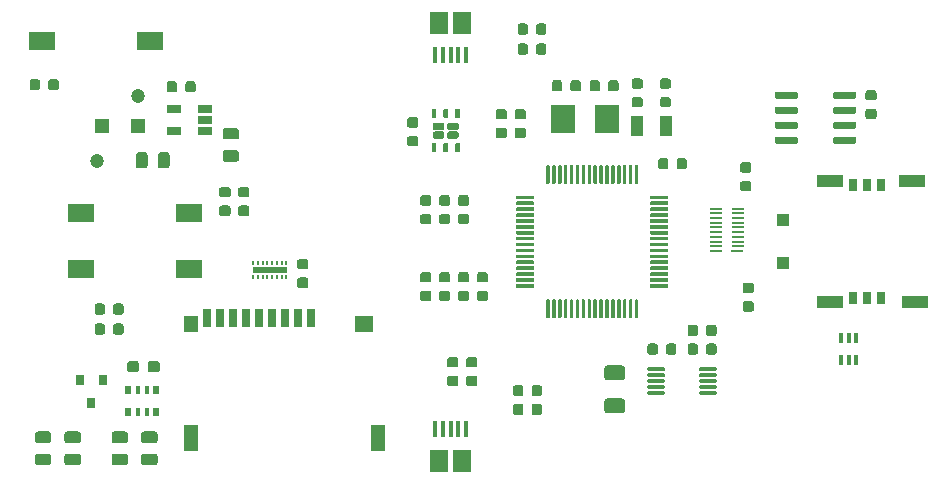
<source format=gbr>
G04 #@! TF.GenerationSoftware,KiCad,Pcbnew,5.99.0-unknown-df3fabf~86~ubuntu18.04.1*
G04 #@! TF.CreationDate,2019-10-30T18:29:11-04:00*
G04 #@! TF.ProjectId,node_base,6e6f6465-5f62-4617-9365-2e6b69636164,rev?*
G04 #@! TF.SameCoordinates,Original*
G04 #@! TF.FileFunction,Paste,Top*
G04 #@! TF.FilePolarity,Positive*
%FSLAX46Y46*%
G04 Gerber Fmt 4.6, Leading zero omitted, Abs format (unit mm)*
G04 Created by KiCad (PCBNEW 5.99.0-unknown-df3fabf~86~ubuntu18.04.1) date 2019-10-30 18:29:11*
%MOMM*%
%LPD*%
G04 APERTURE LIST*
%ADD10R,0.250000X0.400000*%
%ADD11R,3.000000X0.500000*%
%ADD12C,1.200000*%
%ADD13R,1.300000X1.300000*%
%ADD14R,2.000000X2.400000*%
%ADD15R,0.500000X0.800000*%
%ADD16R,0.400000X0.800000*%
%ADD17R,1.000000X0.200000*%
%ADD18R,1.100000X0.200000*%
%ADD19R,2.180000X1.600000*%
%ADD20R,0.800000X0.900000*%
%ADD21R,1.500000X1.900000*%
%ADD22R,0.400000X1.350000*%
%ADD23R,0.700000X1.600000*%
%ADD24R,1.600000X1.400000*%
%ADD25R,1.200000X2.200000*%
%ADD26R,1.200000X1.400000*%
%ADD27R,1.000000X1.800000*%
%ADD28R,1.220000X0.650000*%
%ADD29R,0.400000X0.850000*%
%ADD30R,0.800000X1.000000*%
%ADD31R,1.000000X1.100000*%
%ADD32R,2.300000X1.000000*%
G04 APERTURE END LIST*
D10*
X101300000Y-91825000D03*
X101700000Y-91825000D03*
X102100000Y-91825000D03*
X102500000Y-91825000D03*
X102900000Y-91825000D03*
X103300000Y-91825000D03*
X103700000Y-91825000D03*
X104100000Y-91825000D03*
X104100000Y-92975000D03*
X103700000Y-92975000D03*
X103300000Y-92975000D03*
X102900000Y-92975000D03*
X102500000Y-92975000D03*
X102100000Y-92975000D03*
X101700000Y-92975000D03*
X101300000Y-92975000D03*
D11*
X102700000Y-92400000D03*
D12*
X88100000Y-83200000D03*
X91500000Y-77700000D03*
G36*
X94714962Y-76441651D02*
G01*
X94785930Y-76489070D01*
X94833349Y-76560038D01*
X94850000Y-76643750D01*
X94850000Y-77156250D01*
X94833349Y-77239962D01*
X94785930Y-77310930D01*
X94714962Y-77358349D01*
X94631250Y-77375000D01*
X94193750Y-77375000D01*
X94110038Y-77358349D01*
X94039070Y-77310930D01*
X93991651Y-77239962D01*
X93975000Y-77156250D01*
X93975000Y-76643750D01*
X93991651Y-76560038D01*
X94039070Y-76489070D01*
X94110038Y-76441651D01*
X94193750Y-76425000D01*
X94631250Y-76425000D01*
X94714962Y-76441651D01*
G37*
G36*
X96289962Y-76441651D02*
G01*
X96360930Y-76489070D01*
X96408349Y-76560038D01*
X96425000Y-76643750D01*
X96425000Y-77156250D01*
X96408349Y-77239962D01*
X96360930Y-77310930D01*
X96289962Y-77358349D01*
X96206250Y-77375000D01*
X95768750Y-77375000D01*
X95685038Y-77358349D01*
X95614070Y-77310930D01*
X95566651Y-77239962D01*
X95550000Y-77156250D01*
X95550000Y-76643750D01*
X95566651Y-76560038D01*
X95614070Y-76489070D01*
X95685038Y-76441651D01*
X95768750Y-76425000D01*
X96206250Y-76425000D01*
X96289962Y-76441651D01*
G37*
D13*
X91500000Y-80200000D03*
X88500000Y-80200000D03*
G36*
X94074529Y-82418554D02*
G01*
X94153607Y-82471393D01*
X94206446Y-82550471D01*
X94225000Y-82643750D01*
X94225000Y-83556250D01*
X94206446Y-83649529D01*
X94153607Y-83728607D01*
X94074529Y-83781446D01*
X93981250Y-83800000D01*
X93493750Y-83800000D01*
X93400471Y-83781446D01*
X93321393Y-83728607D01*
X93268554Y-83649529D01*
X93250000Y-83556250D01*
X93250000Y-82643750D01*
X93268554Y-82550471D01*
X93321393Y-82471393D01*
X93400471Y-82418554D01*
X93493750Y-82400000D01*
X93981250Y-82400000D01*
X94074529Y-82418554D01*
G37*
G36*
X92199529Y-82418554D02*
G01*
X92278607Y-82471393D01*
X92331446Y-82550471D01*
X92350000Y-82643750D01*
X92350000Y-83556250D01*
X92331446Y-83649529D01*
X92278607Y-83728607D01*
X92199529Y-83781446D01*
X92106250Y-83800000D01*
X91618750Y-83800000D01*
X91525471Y-83781446D01*
X91446393Y-83728607D01*
X91393554Y-83649529D01*
X91375000Y-83556250D01*
X91375000Y-82643750D01*
X91393554Y-82550471D01*
X91446393Y-82471393D01*
X91525471Y-82418554D01*
X91618750Y-82400000D01*
X92106250Y-82400000D01*
X92199529Y-82418554D01*
G37*
G36*
X99949529Y-82268554D02*
G01*
X100028607Y-82321393D01*
X100081446Y-82400471D01*
X100100000Y-82493750D01*
X100100000Y-82981250D01*
X100081446Y-83074529D01*
X100028607Y-83153607D01*
X99949529Y-83206446D01*
X99856250Y-83225000D01*
X98943750Y-83225000D01*
X98850471Y-83206446D01*
X98771393Y-83153607D01*
X98718554Y-83074529D01*
X98700000Y-82981250D01*
X98700000Y-82493750D01*
X98718554Y-82400471D01*
X98771393Y-82321393D01*
X98850471Y-82268554D01*
X98943750Y-82250000D01*
X99856250Y-82250000D01*
X99949529Y-82268554D01*
G37*
G36*
X99949529Y-80393554D02*
G01*
X100028607Y-80446393D01*
X100081446Y-80525471D01*
X100100000Y-80618750D01*
X100100000Y-81106250D01*
X100081446Y-81199529D01*
X100028607Y-81278607D01*
X99949529Y-81331446D01*
X99856250Y-81350000D01*
X98943750Y-81350000D01*
X98850471Y-81331446D01*
X98771393Y-81278607D01*
X98718554Y-81199529D01*
X98700000Y-81106250D01*
X98700000Y-80618750D01*
X98718554Y-80525471D01*
X98771393Y-80446393D01*
X98850471Y-80393554D01*
X98943750Y-80375000D01*
X99856250Y-80375000D01*
X99949529Y-80393554D01*
G37*
G36*
X105839962Y-91479151D02*
G01*
X105910930Y-91526570D01*
X105958349Y-91597538D01*
X105975000Y-91681250D01*
X105975000Y-92118750D01*
X105958349Y-92202462D01*
X105910930Y-92273430D01*
X105839962Y-92320849D01*
X105756250Y-92337500D01*
X105243750Y-92337500D01*
X105160038Y-92320849D01*
X105089070Y-92273430D01*
X105041651Y-92202462D01*
X105025000Y-92118750D01*
X105025000Y-91681250D01*
X105041651Y-91597538D01*
X105089070Y-91526570D01*
X105160038Y-91479151D01*
X105243750Y-91462500D01*
X105756250Y-91462500D01*
X105839962Y-91479151D01*
G37*
G36*
X105839962Y-93054151D02*
G01*
X105910930Y-93101570D01*
X105958349Y-93172538D01*
X105975000Y-93256250D01*
X105975000Y-93693750D01*
X105958349Y-93777462D01*
X105910930Y-93848430D01*
X105839962Y-93895849D01*
X105756250Y-93912500D01*
X105243750Y-93912500D01*
X105160038Y-93895849D01*
X105089070Y-93848430D01*
X105041651Y-93777462D01*
X105025000Y-93693750D01*
X105025000Y-93256250D01*
X105041651Y-93172538D01*
X105089070Y-93101570D01*
X105160038Y-93054151D01*
X105243750Y-93037500D01*
X105756250Y-93037500D01*
X105839962Y-93054151D01*
G37*
D14*
X131250000Y-79600000D03*
X127550000Y-79600000D03*
G36*
X86549529Y-106093554D02*
G01*
X86628607Y-106146393D01*
X86681446Y-106225471D01*
X86700000Y-106318750D01*
X86700000Y-106806250D01*
X86681446Y-106899529D01*
X86628607Y-106978607D01*
X86549529Y-107031446D01*
X86456250Y-107050000D01*
X85543750Y-107050000D01*
X85450471Y-107031446D01*
X85371393Y-106978607D01*
X85318554Y-106899529D01*
X85300000Y-106806250D01*
X85300000Y-106318750D01*
X85318554Y-106225471D01*
X85371393Y-106146393D01*
X85450471Y-106093554D01*
X85543750Y-106075000D01*
X86456250Y-106075000D01*
X86549529Y-106093554D01*
G37*
G36*
X86549529Y-107968554D02*
G01*
X86628607Y-108021393D01*
X86681446Y-108100471D01*
X86700000Y-108193750D01*
X86700000Y-108681250D01*
X86681446Y-108774529D01*
X86628607Y-108853607D01*
X86549529Y-108906446D01*
X86456250Y-108925000D01*
X85543750Y-108925000D01*
X85450471Y-108906446D01*
X85371393Y-108853607D01*
X85318554Y-108774529D01*
X85300000Y-108681250D01*
X85300000Y-108193750D01*
X85318554Y-108100471D01*
X85371393Y-108021393D01*
X85450471Y-107968554D01*
X85543750Y-107950000D01*
X86456250Y-107950000D01*
X86549529Y-107968554D01*
G37*
G36*
X119439962Y-92591651D02*
G01*
X119510930Y-92639070D01*
X119558349Y-92710038D01*
X119575000Y-92793750D01*
X119575000Y-93231250D01*
X119558349Y-93314962D01*
X119510930Y-93385930D01*
X119439962Y-93433349D01*
X119356250Y-93450000D01*
X118843750Y-93450000D01*
X118760038Y-93433349D01*
X118689070Y-93385930D01*
X118641651Y-93314962D01*
X118625000Y-93231250D01*
X118625000Y-92793750D01*
X118641651Y-92710038D01*
X118689070Y-92639070D01*
X118760038Y-92591651D01*
X118843750Y-92575000D01*
X119356250Y-92575000D01*
X119439962Y-92591651D01*
G37*
G36*
X119439962Y-94166651D02*
G01*
X119510930Y-94214070D01*
X119558349Y-94285038D01*
X119575000Y-94368750D01*
X119575000Y-94806250D01*
X119558349Y-94889962D01*
X119510930Y-94960930D01*
X119439962Y-95008349D01*
X119356250Y-95025000D01*
X118843750Y-95025000D01*
X118760038Y-95008349D01*
X118689070Y-94960930D01*
X118641651Y-94889962D01*
X118625000Y-94806250D01*
X118625000Y-94368750D01*
X118641651Y-94285038D01*
X118689070Y-94214070D01*
X118760038Y-94166651D01*
X118843750Y-94150000D01*
X119356250Y-94150000D01*
X119439962Y-94166651D01*
G37*
G36*
X121039962Y-92591651D02*
G01*
X121110930Y-92639070D01*
X121158349Y-92710038D01*
X121175000Y-92793750D01*
X121175000Y-93231250D01*
X121158349Y-93314962D01*
X121110930Y-93385930D01*
X121039962Y-93433349D01*
X120956250Y-93450000D01*
X120443750Y-93450000D01*
X120360038Y-93433349D01*
X120289070Y-93385930D01*
X120241651Y-93314962D01*
X120225000Y-93231250D01*
X120225000Y-92793750D01*
X120241651Y-92710038D01*
X120289070Y-92639070D01*
X120360038Y-92591651D01*
X120443750Y-92575000D01*
X120956250Y-92575000D01*
X121039962Y-92591651D01*
G37*
G36*
X121039962Y-94166651D02*
G01*
X121110930Y-94214070D01*
X121158349Y-94285038D01*
X121175000Y-94368750D01*
X121175000Y-94806250D01*
X121158349Y-94889962D01*
X121110930Y-94960930D01*
X121039962Y-95008349D01*
X120956250Y-95025000D01*
X120443750Y-95025000D01*
X120360038Y-95008349D01*
X120289070Y-94960930D01*
X120241651Y-94889962D01*
X120225000Y-94806250D01*
X120225000Y-94368750D01*
X120241651Y-94285038D01*
X120289070Y-94214070D01*
X120360038Y-94166651D01*
X120443750Y-94150000D01*
X120956250Y-94150000D01*
X121039962Y-94166651D01*
G37*
G36*
X140389962Y-97041651D02*
G01*
X140460930Y-97089070D01*
X140508349Y-97160038D01*
X140525000Y-97243750D01*
X140525000Y-97756250D01*
X140508349Y-97839962D01*
X140460930Y-97910930D01*
X140389962Y-97958349D01*
X140306250Y-97975000D01*
X139868750Y-97975000D01*
X139785038Y-97958349D01*
X139714070Y-97910930D01*
X139666651Y-97839962D01*
X139650000Y-97756250D01*
X139650000Y-97243750D01*
X139666651Y-97160038D01*
X139714070Y-97089070D01*
X139785038Y-97041651D01*
X139868750Y-97025000D01*
X140306250Y-97025000D01*
X140389962Y-97041651D01*
G37*
G36*
X138814962Y-97041651D02*
G01*
X138885930Y-97089070D01*
X138933349Y-97160038D01*
X138950000Y-97243750D01*
X138950000Y-97756250D01*
X138933349Y-97839962D01*
X138885930Y-97910930D01*
X138814962Y-97958349D01*
X138731250Y-97975000D01*
X138293750Y-97975000D01*
X138210038Y-97958349D01*
X138139070Y-97910930D01*
X138091651Y-97839962D01*
X138075000Y-97756250D01*
X138075000Y-97243750D01*
X138091651Y-97160038D01*
X138139070Y-97089070D01*
X138210038Y-97041651D01*
X138293750Y-97025000D01*
X138731250Y-97025000D01*
X138814962Y-97041651D01*
G37*
G36*
X140389962Y-98641651D02*
G01*
X140460930Y-98689070D01*
X140508349Y-98760038D01*
X140525000Y-98843750D01*
X140525000Y-99356250D01*
X140508349Y-99439962D01*
X140460930Y-99510930D01*
X140389962Y-99558349D01*
X140306250Y-99575000D01*
X139868750Y-99575000D01*
X139785038Y-99558349D01*
X139714070Y-99510930D01*
X139666651Y-99439962D01*
X139650000Y-99356250D01*
X139650000Y-98843750D01*
X139666651Y-98760038D01*
X139714070Y-98689070D01*
X139785038Y-98641651D01*
X139868750Y-98625000D01*
X140306250Y-98625000D01*
X140389962Y-98641651D01*
G37*
G36*
X138814962Y-98641651D02*
G01*
X138885930Y-98689070D01*
X138933349Y-98760038D01*
X138950000Y-98843750D01*
X138950000Y-99356250D01*
X138933349Y-99439962D01*
X138885930Y-99510930D01*
X138814962Y-99558349D01*
X138731250Y-99575000D01*
X138293750Y-99575000D01*
X138210038Y-99558349D01*
X138139070Y-99510930D01*
X138091651Y-99439962D01*
X138075000Y-99356250D01*
X138075000Y-98843750D01*
X138091651Y-98760038D01*
X138139070Y-98689070D01*
X138210038Y-98641651D01*
X138293750Y-98625000D01*
X138731250Y-98625000D01*
X138814962Y-98641651D01*
G37*
D15*
X90700000Y-104400000D03*
D16*
X91500000Y-104400000D03*
D15*
X93100000Y-104400000D03*
D16*
X92300000Y-104400000D03*
D15*
X90700000Y-102600000D03*
D16*
X92300000Y-102600000D03*
X91500000Y-102600000D03*
D15*
X93100000Y-102600000D03*
D17*
X140500000Y-90800000D03*
X140500000Y-90400000D03*
X140500000Y-90000000D03*
X140500000Y-89600000D03*
X140500000Y-89200000D03*
X140500000Y-88800000D03*
X140500000Y-88400000D03*
X140500000Y-88000000D03*
X140500000Y-87600000D03*
X140500000Y-87200000D03*
X142300000Y-87200000D03*
X142300000Y-87600000D03*
X142300000Y-88000000D03*
X142300000Y-88400000D03*
X142300000Y-88800000D03*
X142300000Y-89200000D03*
X142300000Y-89600000D03*
X142300000Y-90000000D03*
X142300000Y-90400000D03*
D18*
X142250000Y-90800000D03*
D19*
X86710000Y-92300000D03*
X95890000Y-92300000D03*
G36*
X93253387Y-100118079D02*
G01*
X93330438Y-100169562D01*
X93381921Y-100246613D01*
X93400000Y-100337500D01*
X93400000Y-100812500D01*
X93381921Y-100903387D01*
X93330438Y-100980438D01*
X93253387Y-101031921D01*
X93162500Y-101050000D01*
X92587500Y-101050000D01*
X92496613Y-101031921D01*
X92419562Y-100980438D01*
X92368079Y-100903387D01*
X92350000Y-100812500D01*
X92350000Y-100337500D01*
X92368079Y-100246613D01*
X92419562Y-100169562D01*
X92496613Y-100118079D01*
X92587500Y-100100000D01*
X93162500Y-100100000D01*
X93253387Y-100118079D01*
G37*
G36*
X91503387Y-100118079D02*
G01*
X91580438Y-100169562D01*
X91631921Y-100246613D01*
X91650000Y-100337500D01*
X91650000Y-100812500D01*
X91631921Y-100903387D01*
X91580438Y-100980438D01*
X91503387Y-101031921D01*
X91412500Y-101050000D01*
X90837500Y-101050000D01*
X90746613Y-101031921D01*
X90669562Y-100980438D01*
X90618079Y-100903387D01*
X90600000Y-100812500D01*
X90600000Y-100337500D01*
X90618079Y-100246613D01*
X90669562Y-100169562D01*
X90746613Y-100118079D01*
X90837500Y-100100000D01*
X91412500Y-100100000D01*
X91503387Y-100118079D01*
G37*
G36*
X124027462Y-102141651D02*
G01*
X124098430Y-102189070D01*
X124145849Y-102260038D01*
X124162500Y-102343750D01*
X124162500Y-102856250D01*
X124145849Y-102939962D01*
X124098430Y-103010930D01*
X124027462Y-103058349D01*
X123943750Y-103075000D01*
X123506250Y-103075000D01*
X123422538Y-103058349D01*
X123351570Y-103010930D01*
X123304151Y-102939962D01*
X123287500Y-102856250D01*
X123287500Y-102343750D01*
X123304151Y-102260038D01*
X123351570Y-102189070D01*
X123422538Y-102141651D01*
X123506250Y-102125000D01*
X123943750Y-102125000D01*
X124027462Y-102141651D01*
G37*
G36*
X125602462Y-102141651D02*
G01*
X125673430Y-102189070D01*
X125720849Y-102260038D01*
X125737500Y-102343750D01*
X125737500Y-102856250D01*
X125720849Y-102939962D01*
X125673430Y-103010930D01*
X125602462Y-103058349D01*
X125518750Y-103075000D01*
X125081250Y-103075000D01*
X124997538Y-103058349D01*
X124926570Y-103010930D01*
X124879151Y-102939962D01*
X124862500Y-102856250D01*
X124862500Y-102343750D01*
X124879151Y-102260038D01*
X124926570Y-102189070D01*
X124997538Y-102141651D01*
X125081250Y-102125000D01*
X125518750Y-102125000D01*
X125602462Y-102141651D01*
G37*
G36*
X124027462Y-103741651D02*
G01*
X124098430Y-103789070D01*
X124145849Y-103860038D01*
X124162500Y-103943750D01*
X124162500Y-104456250D01*
X124145849Y-104539962D01*
X124098430Y-104610930D01*
X124027462Y-104658349D01*
X123943750Y-104675000D01*
X123506250Y-104675000D01*
X123422538Y-104658349D01*
X123351570Y-104610930D01*
X123304151Y-104539962D01*
X123287500Y-104456250D01*
X123287500Y-103943750D01*
X123304151Y-103860038D01*
X123351570Y-103789070D01*
X123422538Y-103741651D01*
X123506250Y-103725000D01*
X123943750Y-103725000D01*
X124027462Y-103741651D01*
G37*
G36*
X125602462Y-103741651D02*
G01*
X125673430Y-103789070D01*
X125720849Y-103860038D01*
X125737500Y-103943750D01*
X125737500Y-104456250D01*
X125720849Y-104539962D01*
X125673430Y-104610930D01*
X125602462Y-104658349D01*
X125518750Y-104675000D01*
X125081250Y-104675000D01*
X124997538Y-104658349D01*
X124926570Y-104610930D01*
X124879151Y-104539962D01*
X124862500Y-104456250D01*
X124862500Y-103943750D01*
X124879151Y-103860038D01*
X124926570Y-103789070D01*
X124997538Y-103741651D01*
X125081250Y-103725000D01*
X125518750Y-103725000D01*
X125602462Y-103741651D01*
G37*
G36*
X124414962Y-73241651D02*
G01*
X124485930Y-73289070D01*
X124533349Y-73360038D01*
X124550000Y-73443750D01*
X124550000Y-73956250D01*
X124533349Y-74039962D01*
X124485930Y-74110930D01*
X124414962Y-74158349D01*
X124331250Y-74175000D01*
X123893750Y-74175000D01*
X123810038Y-74158349D01*
X123739070Y-74110930D01*
X123691651Y-74039962D01*
X123675000Y-73956250D01*
X123675000Y-73443750D01*
X123691651Y-73360038D01*
X123739070Y-73289070D01*
X123810038Y-73241651D01*
X123893750Y-73225000D01*
X124331250Y-73225000D01*
X124414962Y-73241651D01*
G37*
G36*
X125989962Y-73241651D02*
G01*
X126060930Y-73289070D01*
X126108349Y-73360038D01*
X126125000Y-73443750D01*
X126125000Y-73956250D01*
X126108349Y-74039962D01*
X126060930Y-74110930D01*
X125989962Y-74158349D01*
X125906250Y-74175000D01*
X125468750Y-74175000D01*
X125385038Y-74158349D01*
X125314070Y-74110930D01*
X125266651Y-74039962D01*
X125250000Y-73956250D01*
X125250000Y-73443750D01*
X125266651Y-73360038D01*
X125314070Y-73289070D01*
X125385038Y-73241651D01*
X125468750Y-73225000D01*
X125906250Y-73225000D01*
X125989962Y-73241651D01*
G37*
G36*
X124414962Y-71541651D02*
G01*
X124485930Y-71589070D01*
X124533349Y-71660038D01*
X124550000Y-71743750D01*
X124550000Y-72256250D01*
X124533349Y-72339962D01*
X124485930Y-72410930D01*
X124414962Y-72458349D01*
X124331250Y-72475000D01*
X123893750Y-72475000D01*
X123810038Y-72458349D01*
X123739070Y-72410930D01*
X123691651Y-72339962D01*
X123675000Y-72256250D01*
X123675000Y-71743750D01*
X123691651Y-71660038D01*
X123739070Y-71589070D01*
X123810038Y-71541651D01*
X123893750Y-71525000D01*
X124331250Y-71525000D01*
X124414962Y-71541651D01*
G37*
G36*
X125989962Y-71541651D02*
G01*
X126060930Y-71589070D01*
X126108349Y-71660038D01*
X126125000Y-71743750D01*
X126125000Y-72256250D01*
X126108349Y-72339962D01*
X126060930Y-72410930D01*
X125989962Y-72458349D01*
X125906250Y-72475000D01*
X125468750Y-72475000D01*
X125385038Y-72458349D01*
X125314070Y-72410930D01*
X125266651Y-72339962D01*
X125250000Y-72256250D01*
X125250000Y-71743750D01*
X125266651Y-71660038D01*
X125314070Y-71589070D01*
X125385038Y-71541651D01*
X125468750Y-71525000D01*
X125906250Y-71525000D01*
X125989962Y-71541651D01*
G37*
G36*
X116239962Y-94166651D02*
G01*
X116310930Y-94214070D01*
X116358349Y-94285038D01*
X116375000Y-94368750D01*
X116375000Y-94806250D01*
X116358349Y-94889962D01*
X116310930Y-94960930D01*
X116239962Y-95008349D01*
X116156250Y-95025000D01*
X115643750Y-95025000D01*
X115560038Y-95008349D01*
X115489070Y-94960930D01*
X115441651Y-94889962D01*
X115425000Y-94806250D01*
X115425000Y-94368750D01*
X115441651Y-94285038D01*
X115489070Y-94214070D01*
X115560038Y-94166651D01*
X115643750Y-94150000D01*
X116156250Y-94150000D01*
X116239962Y-94166651D01*
G37*
G36*
X116239962Y-92591651D02*
G01*
X116310930Y-92639070D01*
X116358349Y-92710038D01*
X116375000Y-92793750D01*
X116375000Y-93231250D01*
X116358349Y-93314962D01*
X116310930Y-93385930D01*
X116239962Y-93433349D01*
X116156250Y-93450000D01*
X115643750Y-93450000D01*
X115560038Y-93433349D01*
X115489070Y-93385930D01*
X115441651Y-93314962D01*
X115425000Y-93231250D01*
X115425000Y-92793750D01*
X115441651Y-92710038D01*
X115489070Y-92639070D01*
X115560038Y-92591651D01*
X115643750Y-92575000D01*
X116156250Y-92575000D01*
X116239962Y-92591651D01*
G37*
G36*
X117839962Y-87666651D02*
G01*
X117910930Y-87714070D01*
X117958349Y-87785038D01*
X117975000Y-87868750D01*
X117975000Y-88306250D01*
X117958349Y-88389962D01*
X117910930Y-88460930D01*
X117839962Y-88508349D01*
X117756250Y-88525000D01*
X117243750Y-88525000D01*
X117160038Y-88508349D01*
X117089070Y-88460930D01*
X117041651Y-88389962D01*
X117025000Y-88306250D01*
X117025000Y-87868750D01*
X117041651Y-87785038D01*
X117089070Y-87714070D01*
X117160038Y-87666651D01*
X117243750Y-87650000D01*
X117756250Y-87650000D01*
X117839962Y-87666651D01*
G37*
G36*
X117839962Y-86091651D02*
G01*
X117910930Y-86139070D01*
X117958349Y-86210038D01*
X117975000Y-86293750D01*
X117975000Y-86731250D01*
X117958349Y-86814962D01*
X117910930Y-86885930D01*
X117839962Y-86933349D01*
X117756250Y-86950000D01*
X117243750Y-86950000D01*
X117160038Y-86933349D01*
X117089070Y-86885930D01*
X117041651Y-86814962D01*
X117025000Y-86731250D01*
X117025000Y-86293750D01*
X117041651Y-86210038D01*
X117089070Y-86139070D01*
X117160038Y-86091651D01*
X117243750Y-86075000D01*
X117756250Y-86075000D01*
X117839962Y-86091651D01*
G37*
G36*
X116239962Y-87666651D02*
G01*
X116310930Y-87714070D01*
X116358349Y-87785038D01*
X116375000Y-87868750D01*
X116375000Y-88306250D01*
X116358349Y-88389962D01*
X116310930Y-88460930D01*
X116239962Y-88508349D01*
X116156250Y-88525000D01*
X115643750Y-88525000D01*
X115560038Y-88508349D01*
X115489070Y-88460930D01*
X115441651Y-88389962D01*
X115425000Y-88306250D01*
X115425000Y-87868750D01*
X115441651Y-87785038D01*
X115489070Y-87714070D01*
X115560038Y-87666651D01*
X115643750Y-87650000D01*
X116156250Y-87650000D01*
X116239962Y-87666651D01*
G37*
G36*
X116239962Y-86091651D02*
G01*
X116310930Y-86139070D01*
X116358349Y-86210038D01*
X116375000Y-86293750D01*
X116375000Y-86731250D01*
X116358349Y-86814962D01*
X116310930Y-86885930D01*
X116239962Y-86933349D01*
X116156250Y-86950000D01*
X115643750Y-86950000D01*
X115560038Y-86933349D01*
X115489070Y-86885930D01*
X115441651Y-86814962D01*
X115425000Y-86731250D01*
X115425000Y-86293750D01*
X115441651Y-86210038D01*
X115489070Y-86139070D01*
X115560038Y-86091651D01*
X115643750Y-86075000D01*
X116156250Y-86075000D01*
X116239962Y-86091651D01*
G37*
G36*
X118539962Y-101366651D02*
G01*
X118610930Y-101414070D01*
X118658349Y-101485038D01*
X118675000Y-101568750D01*
X118675000Y-102006250D01*
X118658349Y-102089962D01*
X118610930Y-102160930D01*
X118539962Y-102208349D01*
X118456250Y-102225000D01*
X117943750Y-102225000D01*
X117860038Y-102208349D01*
X117789070Y-102160930D01*
X117741651Y-102089962D01*
X117725000Y-102006250D01*
X117725000Y-101568750D01*
X117741651Y-101485038D01*
X117789070Y-101414070D01*
X117860038Y-101366651D01*
X117943750Y-101350000D01*
X118456250Y-101350000D01*
X118539962Y-101366651D01*
G37*
G36*
X118539962Y-99791651D02*
G01*
X118610930Y-99839070D01*
X118658349Y-99910038D01*
X118675000Y-99993750D01*
X118675000Y-100431250D01*
X118658349Y-100514962D01*
X118610930Y-100585930D01*
X118539962Y-100633349D01*
X118456250Y-100650000D01*
X117943750Y-100650000D01*
X117860038Y-100633349D01*
X117789070Y-100585930D01*
X117741651Y-100514962D01*
X117725000Y-100431250D01*
X117725000Y-99993750D01*
X117741651Y-99910038D01*
X117789070Y-99839070D01*
X117860038Y-99791651D01*
X117943750Y-99775000D01*
X118456250Y-99775000D01*
X118539962Y-99791651D01*
G37*
G36*
X100839962Y-85379151D02*
G01*
X100910930Y-85426570D01*
X100958349Y-85497538D01*
X100975000Y-85581250D01*
X100975000Y-86018750D01*
X100958349Y-86102462D01*
X100910930Y-86173430D01*
X100839962Y-86220849D01*
X100756250Y-86237500D01*
X100243750Y-86237500D01*
X100160038Y-86220849D01*
X100089070Y-86173430D01*
X100041651Y-86102462D01*
X100025000Y-86018750D01*
X100025000Y-85581250D01*
X100041651Y-85497538D01*
X100089070Y-85426570D01*
X100160038Y-85379151D01*
X100243750Y-85362500D01*
X100756250Y-85362500D01*
X100839962Y-85379151D01*
G37*
G36*
X100839962Y-86954151D02*
G01*
X100910930Y-87001570D01*
X100958349Y-87072538D01*
X100975000Y-87156250D01*
X100975000Y-87593750D01*
X100958349Y-87677462D01*
X100910930Y-87748430D01*
X100839962Y-87795849D01*
X100756250Y-87812500D01*
X100243750Y-87812500D01*
X100160038Y-87795849D01*
X100089070Y-87748430D01*
X100041651Y-87677462D01*
X100025000Y-87593750D01*
X100025000Y-87156250D01*
X100041651Y-87072538D01*
X100089070Y-87001570D01*
X100160038Y-86954151D01*
X100243750Y-86937500D01*
X100756250Y-86937500D01*
X100839962Y-86954151D01*
G37*
G36*
X99239962Y-86954151D02*
G01*
X99310930Y-87001570D01*
X99358349Y-87072538D01*
X99375000Y-87156250D01*
X99375000Y-87593750D01*
X99358349Y-87677462D01*
X99310930Y-87748430D01*
X99239962Y-87795849D01*
X99156250Y-87812500D01*
X98643750Y-87812500D01*
X98560038Y-87795849D01*
X98489070Y-87748430D01*
X98441651Y-87677462D01*
X98425000Y-87593750D01*
X98425000Y-87156250D01*
X98441651Y-87072538D01*
X98489070Y-87001570D01*
X98560038Y-86954151D01*
X98643750Y-86937500D01*
X99156250Y-86937500D01*
X99239962Y-86954151D01*
G37*
G36*
X99239962Y-85379151D02*
G01*
X99310930Y-85426570D01*
X99358349Y-85497538D01*
X99375000Y-85581250D01*
X99375000Y-86018750D01*
X99358349Y-86102462D01*
X99310930Y-86173430D01*
X99239962Y-86220849D01*
X99156250Y-86237500D01*
X98643750Y-86237500D01*
X98560038Y-86220849D01*
X98489070Y-86173430D01*
X98441651Y-86102462D01*
X98425000Y-86018750D01*
X98425000Y-85581250D01*
X98441651Y-85497538D01*
X98489070Y-85426570D01*
X98560038Y-85379151D01*
X98643750Y-85362500D01*
X99156250Y-85362500D01*
X99239962Y-85379151D01*
G37*
D20*
X87600000Y-103700000D03*
X86650000Y-101700000D03*
X88550000Y-101700000D03*
D21*
X117000000Y-108537500D03*
D22*
X118000000Y-105837500D03*
X118650000Y-105837500D03*
X119300000Y-105837500D03*
X116700000Y-105837500D03*
X117350000Y-105837500D03*
D21*
X119000000Y-108537500D03*
D23*
X97400000Y-96500000D03*
X98500000Y-96500000D03*
X99600000Y-96500000D03*
X100700000Y-96500000D03*
X101800000Y-96500000D03*
X102900000Y-96500000D03*
X104000000Y-96500000D03*
X105100000Y-96500000D03*
X106200000Y-96500000D03*
D24*
X110700000Y-97000000D03*
D25*
X96000000Y-106600000D03*
X111900000Y-106600000D03*
D26*
X96000000Y-97000000D03*
G36*
X84049529Y-106093554D02*
G01*
X84128607Y-106146393D01*
X84181446Y-106225471D01*
X84200000Y-106318750D01*
X84200000Y-106806250D01*
X84181446Y-106899529D01*
X84128607Y-106978607D01*
X84049529Y-107031446D01*
X83956250Y-107050000D01*
X83043750Y-107050000D01*
X82950471Y-107031446D01*
X82871393Y-106978607D01*
X82818554Y-106899529D01*
X82800000Y-106806250D01*
X82800000Y-106318750D01*
X82818554Y-106225471D01*
X82871393Y-106146393D01*
X82950471Y-106093554D01*
X83043750Y-106075000D01*
X83956250Y-106075000D01*
X84049529Y-106093554D01*
G37*
G36*
X84049529Y-107968554D02*
G01*
X84128607Y-108021393D01*
X84181446Y-108100471D01*
X84200000Y-108193750D01*
X84200000Y-108681250D01*
X84181446Y-108774529D01*
X84128607Y-108853607D01*
X84049529Y-108906446D01*
X83956250Y-108925000D01*
X83043750Y-108925000D01*
X82950471Y-108906446D01*
X82871393Y-108853607D01*
X82818554Y-108774529D01*
X82800000Y-108681250D01*
X82800000Y-108193750D01*
X82818554Y-108100471D01*
X82871393Y-108021393D01*
X82950471Y-107968554D01*
X83043750Y-107950000D01*
X83956250Y-107950000D01*
X84049529Y-107968554D01*
G37*
G36*
X90549529Y-106093554D02*
G01*
X90628607Y-106146393D01*
X90681446Y-106225471D01*
X90700000Y-106318750D01*
X90700000Y-106806250D01*
X90681446Y-106899529D01*
X90628607Y-106978607D01*
X90549529Y-107031446D01*
X90456250Y-107050000D01*
X89543750Y-107050000D01*
X89450471Y-107031446D01*
X89371393Y-106978607D01*
X89318554Y-106899529D01*
X89300000Y-106806250D01*
X89300000Y-106318750D01*
X89318554Y-106225471D01*
X89371393Y-106146393D01*
X89450471Y-106093554D01*
X89543750Y-106075000D01*
X90456250Y-106075000D01*
X90549529Y-106093554D01*
G37*
G36*
X90549529Y-107968554D02*
G01*
X90628607Y-108021393D01*
X90681446Y-108100471D01*
X90700000Y-108193750D01*
X90700000Y-108681250D01*
X90681446Y-108774529D01*
X90628607Y-108853607D01*
X90549529Y-108906446D01*
X90456250Y-108925000D01*
X89543750Y-108925000D01*
X89450471Y-108906446D01*
X89371393Y-108853607D01*
X89318554Y-108774529D01*
X89300000Y-108681250D01*
X89300000Y-108193750D01*
X89318554Y-108100471D01*
X89371393Y-108021393D01*
X89450471Y-107968554D01*
X89543750Y-107950000D01*
X90456250Y-107950000D01*
X90549529Y-107968554D01*
G37*
G36*
X93049529Y-106093554D02*
G01*
X93128607Y-106146393D01*
X93181446Y-106225471D01*
X93200000Y-106318750D01*
X93200000Y-106806250D01*
X93181446Y-106899529D01*
X93128607Y-106978607D01*
X93049529Y-107031446D01*
X92956250Y-107050000D01*
X92043750Y-107050000D01*
X91950471Y-107031446D01*
X91871393Y-106978607D01*
X91818554Y-106899529D01*
X91800000Y-106806250D01*
X91800000Y-106318750D01*
X91818554Y-106225471D01*
X91871393Y-106146393D01*
X91950471Y-106093554D01*
X92043750Y-106075000D01*
X92956250Y-106075000D01*
X93049529Y-106093554D01*
G37*
G36*
X93049529Y-107968554D02*
G01*
X93128607Y-108021393D01*
X93181446Y-108100471D01*
X93200000Y-108193750D01*
X93200000Y-108681250D01*
X93181446Y-108774529D01*
X93128607Y-108853607D01*
X93049529Y-108906446D01*
X92956250Y-108925000D01*
X92043750Y-108925000D01*
X91950471Y-108906446D01*
X91871393Y-108853607D01*
X91818554Y-108774529D01*
X91800000Y-108681250D01*
X91800000Y-108193750D01*
X91818554Y-108100471D01*
X91871393Y-108021393D01*
X91950471Y-107968554D01*
X92043750Y-107950000D01*
X92956250Y-107950000D01*
X93049529Y-107968554D01*
G37*
G36*
X143339962Y-84866651D02*
G01*
X143410930Y-84914070D01*
X143458349Y-84985038D01*
X143475000Y-85068750D01*
X143475000Y-85506250D01*
X143458349Y-85589962D01*
X143410930Y-85660930D01*
X143339962Y-85708349D01*
X143256250Y-85725000D01*
X142743750Y-85725000D01*
X142660038Y-85708349D01*
X142589070Y-85660930D01*
X142541651Y-85589962D01*
X142525000Y-85506250D01*
X142525000Y-85068750D01*
X142541651Y-84985038D01*
X142589070Y-84914070D01*
X142660038Y-84866651D01*
X142743750Y-84850000D01*
X143256250Y-84850000D01*
X143339962Y-84866651D01*
G37*
G36*
X143339962Y-83291651D02*
G01*
X143410930Y-83339070D01*
X143458349Y-83410038D01*
X143475000Y-83493750D01*
X143475000Y-83931250D01*
X143458349Y-84014962D01*
X143410930Y-84085930D01*
X143339962Y-84133349D01*
X143256250Y-84150000D01*
X142743750Y-84150000D01*
X142660038Y-84133349D01*
X142589070Y-84085930D01*
X142541651Y-84014962D01*
X142525000Y-83931250D01*
X142525000Y-83493750D01*
X142541651Y-83410038D01*
X142589070Y-83339070D01*
X142660038Y-83291651D01*
X142743750Y-83275000D01*
X143256250Y-83275000D01*
X143339962Y-83291651D01*
G37*
G36*
X143539962Y-95066651D02*
G01*
X143610930Y-95114070D01*
X143658349Y-95185038D01*
X143675000Y-95268750D01*
X143675000Y-95706250D01*
X143658349Y-95789962D01*
X143610930Y-95860930D01*
X143539962Y-95908349D01*
X143456250Y-95925000D01*
X142943750Y-95925000D01*
X142860038Y-95908349D01*
X142789070Y-95860930D01*
X142741651Y-95789962D01*
X142725000Y-95706250D01*
X142725000Y-95268750D01*
X142741651Y-95185038D01*
X142789070Y-95114070D01*
X142860038Y-95066651D01*
X142943750Y-95050000D01*
X143456250Y-95050000D01*
X143539962Y-95066651D01*
G37*
G36*
X143539962Y-93491651D02*
G01*
X143610930Y-93539070D01*
X143658349Y-93610038D01*
X143675000Y-93693750D01*
X143675000Y-94131250D01*
X143658349Y-94214962D01*
X143610930Y-94285930D01*
X143539962Y-94333349D01*
X143456250Y-94350000D01*
X142943750Y-94350000D01*
X142860038Y-94333349D01*
X142789070Y-94285930D01*
X142741651Y-94214962D01*
X142725000Y-94131250D01*
X142725000Y-93693750D01*
X142741651Y-93610038D01*
X142789070Y-93539070D01*
X142860038Y-93491651D01*
X142943750Y-93475000D01*
X143456250Y-93475000D01*
X143539962Y-93491651D01*
G37*
G36*
X153939962Y-78766651D02*
G01*
X154010930Y-78814070D01*
X154058349Y-78885038D01*
X154075000Y-78968750D01*
X154075000Y-79406250D01*
X154058349Y-79489962D01*
X154010930Y-79560930D01*
X153939962Y-79608349D01*
X153856250Y-79625000D01*
X153343750Y-79625000D01*
X153260038Y-79608349D01*
X153189070Y-79560930D01*
X153141651Y-79489962D01*
X153125000Y-79406250D01*
X153125000Y-78968750D01*
X153141651Y-78885038D01*
X153189070Y-78814070D01*
X153260038Y-78766651D01*
X153343750Y-78750000D01*
X153856250Y-78750000D01*
X153939962Y-78766651D01*
G37*
G36*
X153939962Y-77191651D02*
G01*
X154010930Y-77239070D01*
X154058349Y-77310038D01*
X154075000Y-77393750D01*
X154075000Y-77831250D01*
X154058349Y-77914962D01*
X154010930Y-77985930D01*
X153939962Y-78033349D01*
X153856250Y-78050000D01*
X153343750Y-78050000D01*
X153260038Y-78033349D01*
X153189070Y-77985930D01*
X153141651Y-77914962D01*
X153125000Y-77831250D01*
X153125000Y-77393750D01*
X153141651Y-77310038D01*
X153189070Y-77239070D01*
X153260038Y-77191651D01*
X153343750Y-77175000D01*
X153856250Y-77175000D01*
X153939962Y-77191651D01*
G37*
G36*
X136989962Y-98641651D02*
G01*
X137060930Y-98689070D01*
X137108349Y-98760038D01*
X137125000Y-98843750D01*
X137125000Y-99356250D01*
X137108349Y-99439962D01*
X137060930Y-99510930D01*
X136989962Y-99558349D01*
X136906250Y-99575000D01*
X136468750Y-99575000D01*
X136385038Y-99558349D01*
X136314070Y-99510930D01*
X136266651Y-99439962D01*
X136250000Y-99356250D01*
X136250000Y-98843750D01*
X136266651Y-98760038D01*
X136314070Y-98689070D01*
X136385038Y-98641651D01*
X136468750Y-98625000D01*
X136906250Y-98625000D01*
X136989962Y-98641651D01*
G37*
G36*
X135414962Y-98641651D02*
G01*
X135485930Y-98689070D01*
X135533349Y-98760038D01*
X135550000Y-98843750D01*
X135550000Y-99356250D01*
X135533349Y-99439962D01*
X135485930Y-99510930D01*
X135414962Y-99558349D01*
X135331250Y-99575000D01*
X134893750Y-99575000D01*
X134810038Y-99558349D01*
X134739070Y-99510930D01*
X134691651Y-99439962D01*
X134675000Y-99356250D01*
X134675000Y-98843750D01*
X134691651Y-98760038D01*
X134739070Y-98689070D01*
X134810038Y-98641651D01*
X134893750Y-98625000D01*
X135331250Y-98625000D01*
X135414962Y-98641651D01*
G37*
G36*
X90189962Y-95241651D02*
G01*
X90260930Y-95289070D01*
X90308349Y-95360038D01*
X90325000Y-95443750D01*
X90325000Y-95956250D01*
X90308349Y-96039962D01*
X90260930Y-96110930D01*
X90189962Y-96158349D01*
X90106250Y-96175000D01*
X89668750Y-96175000D01*
X89585038Y-96158349D01*
X89514070Y-96110930D01*
X89466651Y-96039962D01*
X89450000Y-95956250D01*
X89450000Y-95443750D01*
X89466651Y-95360038D01*
X89514070Y-95289070D01*
X89585038Y-95241651D01*
X89668750Y-95225000D01*
X90106250Y-95225000D01*
X90189962Y-95241651D01*
G37*
G36*
X88614962Y-95241651D02*
G01*
X88685930Y-95289070D01*
X88733349Y-95360038D01*
X88750000Y-95443750D01*
X88750000Y-95956250D01*
X88733349Y-96039962D01*
X88685930Y-96110930D01*
X88614962Y-96158349D01*
X88531250Y-96175000D01*
X88093750Y-96175000D01*
X88010038Y-96158349D01*
X87939070Y-96110930D01*
X87891651Y-96039962D01*
X87875000Y-95956250D01*
X87875000Y-95443750D01*
X87891651Y-95360038D01*
X87939070Y-95289070D01*
X88010038Y-95241651D01*
X88093750Y-95225000D01*
X88531250Y-95225000D01*
X88614962Y-95241651D01*
G37*
G36*
X90189962Y-96941651D02*
G01*
X90260930Y-96989070D01*
X90308349Y-97060038D01*
X90325000Y-97143750D01*
X90325000Y-97656250D01*
X90308349Y-97739962D01*
X90260930Y-97810930D01*
X90189962Y-97858349D01*
X90106250Y-97875000D01*
X89668750Y-97875000D01*
X89585038Y-97858349D01*
X89514070Y-97810930D01*
X89466651Y-97739962D01*
X89450000Y-97656250D01*
X89450000Y-97143750D01*
X89466651Y-97060038D01*
X89514070Y-96989070D01*
X89585038Y-96941651D01*
X89668750Y-96925000D01*
X90106250Y-96925000D01*
X90189962Y-96941651D01*
G37*
G36*
X88614962Y-96941651D02*
G01*
X88685930Y-96989070D01*
X88733349Y-97060038D01*
X88750000Y-97143750D01*
X88750000Y-97656250D01*
X88733349Y-97739962D01*
X88685930Y-97810930D01*
X88614962Y-97858349D01*
X88531250Y-97875000D01*
X88093750Y-97875000D01*
X88010038Y-97858349D01*
X87939070Y-97810930D01*
X87891651Y-97739962D01*
X87875000Y-97656250D01*
X87875000Y-97143750D01*
X87891651Y-97060038D01*
X87939070Y-96989070D01*
X88010038Y-96941651D01*
X88093750Y-96925000D01*
X88531250Y-96925000D01*
X88614962Y-96941651D01*
G37*
G36*
X119439962Y-86091651D02*
G01*
X119510930Y-86139070D01*
X119558349Y-86210038D01*
X119575000Y-86293750D01*
X119575000Y-86731250D01*
X119558349Y-86814962D01*
X119510930Y-86885930D01*
X119439962Y-86933349D01*
X119356250Y-86950000D01*
X118843750Y-86950000D01*
X118760038Y-86933349D01*
X118689070Y-86885930D01*
X118641651Y-86814962D01*
X118625000Y-86731250D01*
X118625000Y-86293750D01*
X118641651Y-86210038D01*
X118689070Y-86139070D01*
X118760038Y-86091651D01*
X118843750Y-86075000D01*
X119356250Y-86075000D01*
X119439962Y-86091651D01*
G37*
G36*
X119439962Y-87666651D02*
G01*
X119510930Y-87714070D01*
X119558349Y-87785038D01*
X119575000Y-87868750D01*
X119575000Y-88306250D01*
X119558349Y-88389962D01*
X119510930Y-88460930D01*
X119439962Y-88508349D01*
X119356250Y-88525000D01*
X118843750Y-88525000D01*
X118760038Y-88508349D01*
X118689070Y-88460930D01*
X118641651Y-88389962D01*
X118625000Y-88306250D01*
X118625000Y-87868750D01*
X118641651Y-87785038D01*
X118689070Y-87714070D01*
X118760038Y-87666651D01*
X118843750Y-87650000D01*
X119356250Y-87650000D01*
X119439962Y-87666651D01*
G37*
G36*
X115139962Y-79491651D02*
G01*
X115210930Y-79539070D01*
X115258349Y-79610038D01*
X115275000Y-79693750D01*
X115275000Y-80131250D01*
X115258349Y-80214962D01*
X115210930Y-80285930D01*
X115139962Y-80333349D01*
X115056250Y-80350000D01*
X114543750Y-80350000D01*
X114460038Y-80333349D01*
X114389070Y-80285930D01*
X114341651Y-80214962D01*
X114325000Y-80131250D01*
X114325000Y-79693750D01*
X114341651Y-79610038D01*
X114389070Y-79539070D01*
X114460038Y-79491651D01*
X114543750Y-79475000D01*
X115056250Y-79475000D01*
X115139962Y-79491651D01*
G37*
G36*
X115139962Y-81066651D02*
G01*
X115210930Y-81114070D01*
X115258349Y-81185038D01*
X115275000Y-81268750D01*
X115275000Y-81706250D01*
X115258349Y-81789962D01*
X115210930Y-81860930D01*
X115139962Y-81908349D01*
X115056250Y-81925000D01*
X114543750Y-81925000D01*
X114460038Y-81908349D01*
X114389070Y-81860930D01*
X114341651Y-81789962D01*
X114325000Y-81706250D01*
X114325000Y-81268750D01*
X114341651Y-81185038D01*
X114389070Y-81114070D01*
X114460038Y-81066651D01*
X114543750Y-81050000D01*
X115056250Y-81050000D01*
X115139962Y-81066651D01*
G37*
G36*
X117839962Y-94166651D02*
G01*
X117910930Y-94214070D01*
X117958349Y-94285038D01*
X117975000Y-94368750D01*
X117975000Y-94806250D01*
X117958349Y-94889962D01*
X117910930Y-94960930D01*
X117839962Y-95008349D01*
X117756250Y-95025000D01*
X117243750Y-95025000D01*
X117160038Y-95008349D01*
X117089070Y-94960930D01*
X117041651Y-94889962D01*
X117025000Y-94806250D01*
X117025000Y-94368750D01*
X117041651Y-94285038D01*
X117089070Y-94214070D01*
X117160038Y-94166651D01*
X117243750Y-94150000D01*
X117756250Y-94150000D01*
X117839962Y-94166651D01*
G37*
G36*
X117839962Y-92591651D02*
G01*
X117910930Y-92639070D01*
X117958349Y-92710038D01*
X117975000Y-92793750D01*
X117975000Y-93231250D01*
X117958349Y-93314962D01*
X117910930Y-93385930D01*
X117839962Y-93433349D01*
X117756250Y-93450000D01*
X117243750Y-93450000D01*
X117160038Y-93433349D01*
X117089070Y-93385930D01*
X117041651Y-93314962D01*
X117025000Y-93231250D01*
X117025000Y-92793750D01*
X117041651Y-92710038D01*
X117089070Y-92639070D01*
X117160038Y-92591651D01*
X117243750Y-92575000D01*
X117756250Y-92575000D01*
X117839962Y-92591651D01*
G37*
G36*
X137889962Y-82941651D02*
G01*
X137960930Y-82989070D01*
X138008349Y-83060038D01*
X138025000Y-83143750D01*
X138025000Y-83656250D01*
X138008349Y-83739962D01*
X137960930Y-83810930D01*
X137889962Y-83858349D01*
X137806250Y-83875000D01*
X137368750Y-83875000D01*
X137285038Y-83858349D01*
X137214070Y-83810930D01*
X137166651Y-83739962D01*
X137150000Y-83656250D01*
X137150000Y-83143750D01*
X137166651Y-83060038D01*
X137214070Y-82989070D01*
X137285038Y-82941651D01*
X137368750Y-82925000D01*
X137806250Y-82925000D01*
X137889962Y-82941651D01*
G37*
G36*
X136314962Y-82941651D02*
G01*
X136385930Y-82989070D01*
X136433349Y-83060038D01*
X136450000Y-83143750D01*
X136450000Y-83656250D01*
X136433349Y-83739962D01*
X136385930Y-83810930D01*
X136314962Y-83858349D01*
X136231250Y-83875000D01*
X135793750Y-83875000D01*
X135710038Y-83858349D01*
X135639070Y-83810930D01*
X135591651Y-83739962D01*
X135575000Y-83656250D01*
X135575000Y-83143750D01*
X135591651Y-83060038D01*
X135639070Y-82989070D01*
X135710038Y-82941651D01*
X135793750Y-82925000D01*
X136231250Y-82925000D01*
X136314962Y-82941651D01*
G37*
G36*
X124239962Y-80366651D02*
G01*
X124310930Y-80414070D01*
X124358349Y-80485038D01*
X124375000Y-80568750D01*
X124375000Y-81006250D01*
X124358349Y-81089962D01*
X124310930Y-81160930D01*
X124239962Y-81208349D01*
X124156250Y-81225000D01*
X123643750Y-81225000D01*
X123560038Y-81208349D01*
X123489070Y-81160930D01*
X123441651Y-81089962D01*
X123425000Y-81006250D01*
X123425000Y-80568750D01*
X123441651Y-80485038D01*
X123489070Y-80414070D01*
X123560038Y-80366651D01*
X123643750Y-80350000D01*
X124156250Y-80350000D01*
X124239962Y-80366651D01*
G37*
G36*
X124239962Y-78791651D02*
G01*
X124310930Y-78839070D01*
X124358349Y-78910038D01*
X124375000Y-78993750D01*
X124375000Y-79431250D01*
X124358349Y-79514962D01*
X124310930Y-79585930D01*
X124239962Y-79633349D01*
X124156250Y-79650000D01*
X123643750Y-79650000D01*
X123560038Y-79633349D01*
X123489070Y-79585930D01*
X123441651Y-79514962D01*
X123425000Y-79431250D01*
X123425000Y-78993750D01*
X123441651Y-78910038D01*
X123489070Y-78839070D01*
X123560038Y-78791651D01*
X123643750Y-78775000D01*
X124156250Y-78775000D01*
X124239962Y-78791651D01*
G37*
G36*
X120139962Y-99791651D02*
G01*
X120210930Y-99839070D01*
X120258349Y-99910038D01*
X120275000Y-99993750D01*
X120275000Y-100431250D01*
X120258349Y-100514962D01*
X120210930Y-100585930D01*
X120139962Y-100633349D01*
X120056250Y-100650000D01*
X119543750Y-100650000D01*
X119460038Y-100633349D01*
X119389070Y-100585930D01*
X119341651Y-100514962D01*
X119325000Y-100431250D01*
X119325000Y-99993750D01*
X119341651Y-99910038D01*
X119389070Y-99839070D01*
X119460038Y-99791651D01*
X119543750Y-99775000D01*
X120056250Y-99775000D01*
X120139962Y-99791651D01*
G37*
G36*
X120139962Y-101366651D02*
G01*
X120210930Y-101414070D01*
X120258349Y-101485038D01*
X120275000Y-101568750D01*
X120275000Y-102006250D01*
X120258349Y-102089962D01*
X120210930Y-102160930D01*
X120139962Y-102208349D01*
X120056250Y-102225000D01*
X119543750Y-102225000D01*
X119460038Y-102208349D01*
X119389070Y-102160930D01*
X119341651Y-102089962D01*
X119325000Y-102006250D01*
X119325000Y-101568750D01*
X119341651Y-101485038D01*
X119389070Y-101414070D01*
X119460038Y-101366651D01*
X119543750Y-101350000D01*
X120056250Y-101350000D01*
X120139962Y-101366651D01*
G37*
G36*
X134139962Y-76191651D02*
G01*
X134210930Y-76239070D01*
X134258349Y-76310038D01*
X134275000Y-76393750D01*
X134275000Y-76831250D01*
X134258349Y-76914962D01*
X134210930Y-76985930D01*
X134139962Y-77033349D01*
X134056250Y-77050000D01*
X133543750Y-77050000D01*
X133460038Y-77033349D01*
X133389070Y-76985930D01*
X133341651Y-76914962D01*
X133325000Y-76831250D01*
X133325000Y-76393750D01*
X133341651Y-76310038D01*
X133389070Y-76239070D01*
X133460038Y-76191651D01*
X133543750Y-76175000D01*
X134056250Y-76175000D01*
X134139962Y-76191651D01*
G37*
G36*
X134139962Y-77766651D02*
G01*
X134210930Y-77814070D01*
X134258349Y-77885038D01*
X134275000Y-77968750D01*
X134275000Y-78406250D01*
X134258349Y-78489962D01*
X134210930Y-78560930D01*
X134139962Y-78608349D01*
X134056250Y-78625000D01*
X133543750Y-78625000D01*
X133460038Y-78608349D01*
X133389070Y-78560930D01*
X133341651Y-78489962D01*
X133325000Y-78406250D01*
X133325000Y-77968750D01*
X133341651Y-77885038D01*
X133389070Y-77814070D01*
X133460038Y-77766651D01*
X133543750Y-77750000D01*
X134056250Y-77750000D01*
X134139962Y-77766651D01*
G37*
G36*
X136539962Y-76191651D02*
G01*
X136610930Y-76239070D01*
X136658349Y-76310038D01*
X136675000Y-76393750D01*
X136675000Y-76831250D01*
X136658349Y-76914962D01*
X136610930Y-76985930D01*
X136539962Y-77033349D01*
X136456250Y-77050000D01*
X135943750Y-77050000D01*
X135860038Y-77033349D01*
X135789070Y-76985930D01*
X135741651Y-76914962D01*
X135725000Y-76831250D01*
X135725000Y-76393750D01*
X135741651Y-76310038D01*
X135789070Y-76239070D01*
X135860038Y-76191651D01*
X135943750Y-76175000D01*
X136456250Y-76175000D01*
X136539962Y-76191651D01*
G37*
G36*
X136539962Y-77766651D02*
G01*
X136610930Y-77814070D01*
X136658349Y-77885038D01*
X136675000Y-77968750D01*
X136675000Y-78406250D01*
X136658349Y-78489962D01*
X136610930Y-78560930D01*
X136539962Y-78608349D01*
X136456250Y-78625000D01*
X135943750Y-78625000D01*
X135860038Y-78608349D01*
X135789070Y-78560930D01*
X135741651Y-78489962D01*
X135725000Y-78406250D01*
X135725000Y-77968750D01*
X135741651Y-77885038D01*
X135789070Y-77814070D01*
X135860038Y-77766651D01*
X135943750Y-77750000D01*
X136456250Y-77750000D01*
X136539962Y-77766651D01*
G37*
G36*
X128889962Y-76341651D02*
G01*
X128960930Y-76389070D01*
X129008349Y-76460038D01*
X129025000Y-76543750D01*
X129025000Y-77056250D01*
X129008349Y-77139962D01*
X128960930Y-77210930D01*
X128889962Y-77258349D01*
X128806250Y-77275000D01*
X128368750Y-77275000D01*
X128285038Y-77258349D01*
X128214070Y-77210930D01*
X128166651Y-77139962D01*
X128150000Y-77056250D01*
X128150000Y-76543750D01*
X128166651Y-76460038D01*
X128214070Y-76389070D01*
X128285038Y-76341651D01*
X128368750Y-76325000D01*
X128806250Y-76325000D01*
X128889962Y-76341651D01*
G37*
G36*
X127314962Y-76341651D02*
G01*
X127385930Y-76389070D01*
X127433349Y-76460038D01*
X127450000Y-76543750D01*
X127450000Y-77056250D01*
X127433349Y-77139962D01*
X127385930Y-77210930D01*
X127314962Y-77258349D01*
X127231250Y-77275000D01*
X126793750Y-77275000D01*
X126710038Y-77258349D01*
X126639070Y-77210930D01*
X126591651Y-77139962D01*
X126575000Y-77056250D01*
X126575000Y-76543750D01*
X126591651Y-76460038D01*
X126639070Y-76389070D01*
X126710038Y-76341651D01*
X126793750Y-76325000D01*
X127231250Y-76325000D01*
X127314962Y-76341651D01*
G37*
G36*
X130514962Y-76341651D02*
G01*
X130585930Y-76389070D01*
X130633349Y-76460038D01*
X130650000Y-76543750D01*
X130650000Y-77056250D01*
X130633349Y-77139962D01*
X130585930Y-77210930D01*
X130514962Y-77258349D01*
X130431250Y-77275000D01*
X129993750Y-77275000D01*
X129910038Y-77258349D01*
X129839070Y-77210930D01*
X129791651Y-77139962D01*
X129775000Y-77056250D01*
X129775000Y-76543750D01*
X129791651Y-76460038D01*
X129839070Y-76389070D01*
X129910038Y-76341651D01*
X129993750Y-76325000D01*
X130431250Y-76325000D01*
X130514962Y-76341651D01*
G37*
G36*
X132089962Y-76341651D02*
G01*
X132160930Y-76389070D01*
X132208349Y-76460038D01*
X132225000Y-76543750D01*
X132225000Y-77056250D01*
X132208349Y-77139962D01*
X132160930Y-77210930D01*
X132089962Y-77258349D01*
X132006250Y-77275000D01*
X131568750Y-77275000D01*
X131485038Y-77258349D01*
X131414070Y-77210930D01*
X131366651Y-77139962D01*
X131350000Y-77056250D01*
X131350000Y-76543750D01*
X131366651Y-76460038D01*
X131414070Y-76389070D01*
X131485038Y-76341651D01*
X131568750Y-76325000D01*
X132006250Y-76325000D01*
X132089962Y-76341651D01*
G37*
G36*
X83114962Y-76241651D02*
G01*
X83185930Y-76289070D01*
X83233349Y-76360038D01*
X83250000Y-76443750D01*
X83250000Y-76956250D01*
X83233349Y-77039962D01*
X83185930Y-77110930D01*
X83114962Y-77158349D01*
X83031250Y-77175000D01*
X82593750Y-77175000D01*
X82510038Y-77158349D01*
X82439070Y-77110930D01*
X82391651Y-77039962D01*
X82375000Y-76956250D01*
X82375000Y-76443750D01*
X82391651Y-76360038D01*
X82439070Y-76289070D01*
X82510038Y-76241651D01*
X82593750Y-76225000D01*
X83031250Y-76225000D01*
X83114962Y-76241651D01*
G37*
G36*
X84689962Y-76241651D02*
G01*
X84760930Y-76289070D01*
X84808349Y-76360038D01*
X84825000Y-76443750D01*
X84825000Y-76956250D01*
X84808349Y-77039962D01*
X84760930Y-77110930D01*
X84689962Y-77158349D01*
X84606250Y-77175000D01*
X84168750Y-77175000D01*
X84085038Y-77158349D01*
X84014070Y-77110930D01*
X83966651Y-77039962D01*
X83950000Y-76956250D01*
X83950000Y-76443750D01*
X83966651Y-76360038D01*
X84014070Y-76289070D01*
X84085038Y-76241651D01*
X84168750Y-76225000D01*
X84606250Y-76225000D01*
X84689962Y-76241651D01*
G37*
D27*
X136250000Y-80200000D03*
X133750000Y-80200000D03*
G36*
X118738268Y-81657612D02*
G01*
X118770711Y-81679289D01*
X118792388Y-81711732D01*
X118800000Y-81750000D01*
X118800000Y-82350000D01*
X118792388Y-82388268D01*
X118770711Y-82420711D01*
X118738268Y-82442388D01*
X118700000Y-82450000D01*
X118500000Y-82450000D01*
X118461732Y-82442388D01*
X118429289Y-82420711D01*
X118407612Y-82388268D01*
X118400000Y-82350000D01*
X118400000Y-81750000D01*
X118407612Y-81711732D01*
X118429289Y-81679289D01*
X118461732Y-81657612D01*
X118500000Y-81650000D01*
X118700000Y-81650000D01*
X118738268Y-81657612D01*
G37*
G36*
X117738268Y-81657612D02*
G01*
X117770711Y-81679289D01*
X117792388Y-81711732D01*
X117800000Y-81750000D01*
X117800000Y-82350000D01*
X117792388Y-82388268D01*
X117770711Y-82420711D01*
X117738268Y-82442388D01*
X117700000Y-82450000D01*
X117500000Y-82450000D01*
X117461732Y-82442388D01*
X117429289Y-82420711D01*
X117407612Y-82388268D01*
X117400000Y-82350000D01*
X117400000Y-81750000D01*
X117407612Y-81711732D01*
X117429289Y-81679289D01*
X117461732Y-81657612D01*
X117500000Y-81650000D01*
X117700000Y-81650000D01*
X117738268Y-81657612D01*
G37*
G36*
X116738268Y-81657612D02*
G01*
X116770711Y-81679289D01*
X116792388Y-81711732D01*
X116800000Y-81750000D01*
X116800000Y-82350000D01*
X116792388Y-82388268D01*
X116770711Y-82420711D01*
X116738268Y-82442388D01*
X116700000Y-82450000D01*
X116500000Y-82450000D01*
X116461732Y-82442388D01*
X116429289Y-82420711D01*
X116407612Y-82388268D01*
X116400000Y-82350000D01*
X116400000Y-81750000D01*
X116407612Y-81711732D01*
X116429289Y-81679289D01*
X116461732Y-81657612D01*
X116500000Y-81650000D01*
X116700000Y-81650000D01*
X116738268Y-81657612D01*
G37*
G36*
X116738268Y-78757612D02*
G01*
X116770711Y-78779289D01*
X116792388Y-78811732D01*
X116800000Y-78850000D01*
X116800000Y-79450000D01*
X116792388Y-79488268D01*
X116770711Y-79520711D01*
X116738268Y-79542388D01*
X116700000Y-79550000D01*
X116500000Y-79550000D01*
X116461732Y-79542388D01*
X116429289Y-79520711D01*
X116407612Y-79488268D01*
X116400000Y-79450000D01*
X116400000Y-78850000D01*
X116407612Y-78811732D01*
X116429289Y-78779289D01*
X116461732Y-78757612D01*
X116500000Y-78750000D01*
X116700000Y-78750000D01*
X116738268Y-78757612D01*
G37*
G36*
X117738268Y-78757612D02*
G01*
X117770711Y-78779289D01*
X117792388Y-78811732D01*
X117800000Y-78850000D01*
X117800000Y-79450000D01*
X117792388Y-79488268D01*
X117770711Y-79520711D01*
X117738268Y-79542388D01*
X117700000Y-79550000D01*
X117500000Y-79550000D01*
X117461732Y-79542388D01*
X117429289Y-79520711D01*
X117407612Y-79488268D01*
X117400000Y-79450000D01*
X117400000Y-78850000D01*
X117407612Y-78811732D01*
X117429289Y-78779289D01*
X117461732Y-78757612D01*
X117500000Y-78750000D01*
X117700000Y-78750000D01*
X117738268Y-78757612D01*
G37*
G36*
X118738268Y-78757612D02*
G01*
X118770711Y-78779289D01*
X118792388Y-78811732D01*
X118800000Y-78850000D01*
X118800000Y-79450000D01*
X118792388Y-79488268D01*
X118770711Y-79520711D01*
X118738268Y-79542388D01*
X118700000Y-79550000D01*
X118500000Y-79550000D01*
X118461732Y-79542388D01*
X118429289Y-79520711D01*
X118407612Y-79488268D01*
X118400000Y-79450000D01*
X118400000Y-78850000D01*
X118407612Y-78811732D01*
X118429289Y-78779289D01*
X118461732Y-78757612D01*
X118500000Y-78750000D01*
X118700000Y-78750000D01*
X118738268Y-78757612D01*
G37*
G36*
X117392403Y-80686418D02*
G01*
X117441066Y-80718934D01*
X117473582Y-80767597D01*
X117485000Y-80825000D01*
X117485000Y-81125000D01*
X117473582Y-81182403D01*
X117441066Y-81231066D01*
X117392403Y-81263582D01*
X117335000Y-81275000D01*
X116665000Y-81275000D01*
X116607597Y-81263582D01*
X116558934Y-81231066D01*
X116526418Y-81182403D01*
X116515000Y-81125000D01*
X116515000Y-80825000D01*
X116526418Y-80767597D01*
X116558934Y-80718934D01*
X116607597Y-80686418D01*
X116665000Y-80675000D01*
X117335000Y-80675000D01*
X117392403Y-80686418D01*
G37*
G36*
X118592403Y-80686418D02*
G01*
X118641066Y-80718934D01*
X118673582Y-80767597D01*
X118685000Y-80825000D01*
X118685000Y-81125000D01*
X118673582Y-81182403D01*
X118641066Y-81231066D01*
X118592403Y-81263582D01*
X118535000Y-81275000D01*
X117865000Y-81275000D01*
X117807597Y-81263582D01*
X117758934Y-81231066D01*
X117726418Y-81182403D01*
X117715000Y-81125000D01*
X117715000Y-80825000D01*
X117726418Y-80767597D01*
X117758934Y-80718934D01*
X117807597Y-80686418D01*
X117865000Y-80675000D01*
X118535000Y-80675000D01*
X118592403Y-80686418D01*
G37*
G36*
X117392403Y-79936418D02*
G01*
X117441066Y-79968934D01*
X117473582Y-80017597D01*
X117485000Y-80075000D01*
X117485000Y-80375000D01*
X117473582Y-80432403D01*
X117441066Y-80481066D01*
X117392403Y-80513582D01*
X117335000Y-80525000D01*
X116665000Y-80525000D01*
X116607597Y-80513582D01*
X116558934Y-80481066D01*
X116526418Y-80432403D01*
X116515000Y-80375000D01*
X116515000Y-80075000D01*
X116526418Y-80017597D01*
X116558934Y-79968934D01*
X116607597Y-79936418D01*
X116665000Y-79925000D01*
X117335000Y-79925000D01*
X117392403Y-79936418D01*
G37*
G36*
X118592403Y-79936418D02*
G01*
X118641066Y-79968934D01*
X118673582Y-80017597D01*
X118685000Y-80075000D01*
X118685000Y-80375000D01*
X118673582Y-80432403D01*
X118641066Y-80481066D01*
X118592403Y-80513582D01*
X118535000Y-80525000D01*
X117865000Y-80525000D01*
X117807597Y-80513582D01*
X117758934Y-80481066D01*
X117726418Y-80432403D01*
X117715000Y-80375000D01*
X117715000Y-80075000D01*
X117726418Y-80017597D01*
X117758934Y-79968934D01*
X117807597Y-79936418D01*
X117865000Y-79925000D01*
X118535000Y-79925000D01*
X118592403Y-79936418D01*
G37*
G36*
X140478701Y-102655709D02*
G01*
X140503033Y-102671967D01*
X140519291Y-102696299D01*
X140525000Y-102725000D01*
X140525000Y-102875000D01*
X140519291Y-102903701D01*
X140503033Y-102928033D01*
X140478701Y-102944291D01*
X140450000Y-102950000D01*
X139150000Y-102950000D01*
X139121299Y-102944291D01*
X139096967Y-102928033D01*
X139080709Y-102903701D01*
X139075000Y-102875000D01*
X139075000Y-102725000D01*
X139080709Y-102696299D01*
X139096967Y-102671967D01*
X139121299Y-102655709D01*
X139150000Y-102650000D01*
X140450000Y-102650000D01*
X140478701Y-102655709D01*
G37*
G36*
X140478701Y-102155709D02*
G01*
X140503033Y-102171967D01*
X140519291Y-102196299D01*
X140525000Y-102225000D01*
X140525000Y-102375000D01*
X140519291Y-102403701D01*
X140503033Y-102428033D01*
X140478701Y-102444291D01*
X140450000Y-102450000D01*
X139150000Y-102450000D01*
X139121299Y-102444291D01*
X139096967Y-102428033D01*
X139080709Y-102403701D01*
X139075000Y-102375000D01*
X139075000Y-102225000D01*
X139080709Y-102196299D01*
X139096967Y-102171967D01*
X139121299Y-102155709D01*
X139150000Y-102150000D01*
X140450000Y-102150000D01*
X140478701Y-102155709D01*
G37*
G36*
X140478701Y-101655709D02*
G01*
X140503033Y-101671967D01*
X140519291Y-101696299D01*
X140525000Y-101725000D01*
X140525000Y-101875000D01*
X140519291Y-101903701D01*
X140503033Y-101928033D01*
X140478701Y-101944291D01*
X140450000Y-101950000D01*
X139150000Y-101950000D01*
X139121299Y-101944291D01*
X139096967Y-101928033D01*
X139080709Y-101903701D01*
X139075000Y-101875000D01*
X139075000Y-101725000D01*
X139080709Y-101696299D01*
X139096967Y-101671967D01*
X139121299Y-101655709D01*
X139150000Y-101650000D01*
X140450000Y-101650000D01*
X140478701Y-101655709D01*
G37*
G36*
X140478701Y-101155709D02*
G01*
X140503033Y-101171967D01*
X140519291Y-101196299D01*
X140525000Y-101225000D01*
X140525000Y-101375000D01*
X140519291Y-101403701D01*
X140503033Y-101428033D01*
X140478701Y-101444291D01*
X140450000Y-101450000D01*
X139150000Y-101450000D01*
X139121299Y-101444291D01*
X139096967Y-101428033D01*
X139080709Y-101403701D01*
X139075000Y-101375000D01*
X139075000Y-101225000D01*
X139080709Y-101196299D01*
X139096967Y-101171967D01*
X139121299Y-101155709D01*
X139150000Y-101150000D01*
X140450000Y-101150000D01*
X140478701Y-101155709D01*
G37*
G36*
X140478701Y-100655709D02*
G01*
X140503033Y-100671967D01*
X140519291Y-100696299D01*
X140525000Y-100725000D01*
X140525000Y-100875000D01*
X140519291Y-100903701D01*
X140503033Y-100928033D01*
X140478701Y-100944291D01*
X140450000Y-100950000D01*
X139150000Y-100950000D01*
X139121299Y-100944291D01*
X139096967Y-100928033D01*
X139080709Y-100903701D01*
X139075000Y-100875000D01*
X139075000Y-100725000D01*
X139080709Y-100696299D01*
X139096967Y-100671967D01*
X139121299Y-100655709D01*
X139150000Y-100650000D01*
X140450000Y-100650000D01*
X140478701Y-100655709D01*
G37*
G36*
X136078701Y-100655709D02*
G01*
X136103033Y-100671967D01*
X136119291Y-100696299D01*
X136125000Y-100725000D01*
X136125000Y-100875000D01*
X136119291Y-100903701D01*
X136103033Y-100928033D01*
X136078701Y-100944291D01*
X136050000Y-100950000D01*
X134750000Y-100950000D01*
X134721299Y-100944291D01*
X134696967Y-100928033D01*
X134680709Y-100903701D01*
X134675000Y-100875000D01*
X134675000Y-100725000D01*
X134680709Y-100696299D01*
X134696967Y-100671967D01*
X134721299Y-100655709D01*
X134750000Y-100650000D01*
X136050000Y-100650000D01*
X136078701Y-100655709D01*
G37*
G36*
X136078701Y-101155709D02*
G01*
X136103033Y-101171967D01*
X136119291Y-101196299D01*
X136125000Y-101225000D01*
X136125000Y-101375000D01*
X136119291Y-101403701D01*
X136103033Y-101428033D01*
X136078701Y-101444291D01*
X136050000Y-101450000D01*
X134750000Y-101450000D01*
X134721299Y-101444291D01*
X134696967Y-101428033D01*
X134680709Y-101403701D01*
X134675000Y-101375000D01*
X134675000Y-101225000D01*
X134680709Y-101196299D01*
X134696967Y-101171967D01*
X134721299Y-101155709D01*
X134750000Y-101150000D01*
X136050000Y-101150000D01*
X136078701Y-101155709D01*
G37*
G36*
X136078701Y-101655709D02*
G01*
X136103033Y-101671967D01*
X136119291Y-101696299D01*
X136125000Y-101725000D01*
X136125000Y-101875000D01*
X136119291Y-101903701D01*
X136103033Y-101928033D01*
X136078701Y-101944291D01*
X136050000Y-101950000D01*
X134750000Y-101950000D01*
X134721299Y-101944291D01*
X134696967Y-101928033D01*
X134680709Y-101903701D01*
X134675000Y-101875000D01*
X134675000Y-101725000D01*
X134680709Y-101696299D01*
X134696967Y-101671967D01*
X134721299Y-101655709D01*
X134750000Y-101650000D01*
X136050000Y-101650000D01*
X136078701Y-101655709D01*
G37*
G36*
X136078701Y-102155709D02*
G01*
X136103033Y-102171967D01*
X136119291Y-102196299D01*
X136125000Y-102225000D01*
X136125000Y-102375000D01*
X136119291Y-102403701D01*
X136103033Y-102428033D01*
X136078701Y-102444291D01*
X136050000Y-102450000D01*
X134750000Y-102450000D01*
X134721299Y-102444291D01*
X134696967Y-102428033D01*
X134680709Y-102403701D01*
X134675000Y-102375000D01*
X134675000Y-102225000D01*
X134680709Y-102196299D01*
X134696967Y-102171967D01*
X134721299Y-102155709D01*
X134750000Y-102150000D01*
X136050000Y-102150000D01*
X136078701Y-102155709D01*
G37*
G36*
X136078701Y-102655709D02*
G01*
X136103033Y-102671967D01*
X136119291Y-102696299D01*
X136125000Y-102725000D01*
X136125000Y-102875000D01*
X136119291Y-102903701D01*
X136103033Y-102928033D01*
X136078701Y-102944291D01*
X136050000Y-102950000D01*
X134750000Y-102950000D01*
X134721299Y-102944291D01*
X134696967Y-102928033D01*
X134680709Y-102903701D01*
X134675000Y-102875000D01*
X134675000Y-102725000D01*
X134680709Y-102696299D01*
X134696967Y-102671967D01*
X134721299Y-102655709D01*
X134750000Y-102650000D01*
X136050000Y-102650000D01*
X136078701Y-102655709D01*
G37*
D28*
X94590000Y-80650000D03*
X94590000Y-78750000D03*
X97210000Y-78750000D03*
X97210000Y-79700000D03*
X97210000Y-80650000D03*
G36*
X147307403Y-81116418D02*
G01*
X147356066Y-81148934D01*
X147388582Y-81197597D01*
X147400000Y-81255000D01*
X147400000Y-81555000D01*
X147388582Y-81612403D01*
X147356066Y-81661066D01*
X147307403Y-81693582D01*
X147250000Y-81705000D01*
X145600000Y-81705000D01*
X145542597Y-81693582D01*
X145493934Y-81661066D01*
X145461418Y-81612403D01*
X145450000Y-81555000D01*
X145450000Y-81255000D01*
X145461418Y-81197597D01*
X145493934Y-81148934D01*
X145542597Y-81116418D01*
X145600000Y-81105000D01*
X147250000Y-81105000D01*
X147307403Y-81116418D01*
G37*
G36*
X147307403Y-79846418D02*
G01*
X147356066Y-79878934D01*
X147388582Y-79927597D01*
X147400000Y-79985000D01*
X147400000Y-80285000D01*
X147388582Y-80342403D01*
X147356066Y-80391066D01*
X147307403Y-80423582D01*
X147250000Y-80435000D01*
X145600000Y-80435000D01*
X145542597Y-80423582D01*
X145493934Y-80391066D01*
X145461418Y-80342403D01*
X145450000Y-80285000D01*
X145450000Y-79985000D01*
X145461418Y-79927597D01*
X145493934Y-79878934D01*
X145542597Y-79846418D01*
X145600000Y-79835000D01*
X147250000Y-79835000D01*
X147307403Y-79846418D01*
G37*
G36*
X147307403Y-78576418D02*
G01*
X147356066Y-78608934D01*
X147388582Y-78657597D01*
X147400000Y-78715000D01*
X147400000Y-79015000D01*
X147388582Y-79072403D01*
X147356066Y-79121066D01*
X147307403Y-79153582D01*
X147250000Y-79165000D01*
X145600000Y-79165000D01*
X145542597Y-79153582D01*
X145493934Y-79121066D01*
X145461418Y-79072403D01*
X145450000Y-79015000D01*
X145450000Y-78715000D01*
X145461418Y-78657597D01*
X145493934Y-78608934D01*
X145542597Y-78576418D01*
X145600000Y-78565000D01*
X147250000Y-78565000D01*
X147307403Y-78576418D01*
G37*
G36*
X147307403Y-77306418D02*
G01*
X147356066Y-77338934D01*
X147388582Y-77387597D01*
X147400000Y-77445000D01*
X147400000Y-77745000D01*
X147388582Y-77802403D01*
X147356066Y-77851066D01*
X147307403Y-77883582D01*
X147250000Y-77895000D01*
X145600000Y-77895000D01*
X145542597Y-77883582D01*
X145493934Y-77851066D01*
X145461418Y-77802403D01*
X145450000Y-77745000D01*
X145450000Y-77445000D01*
X145461418Y-77387597D01*
X145493934Y-77338934D01*
X145542597Y-77306418D01*
X145600000Y-77295000D01*
X147250000Y-77295000D01*
X147307403Y-77306418D01*
G37*
G36*
X152257403Y-77306418D02*
G01*
X152306066Y-77338934D01*
X152338582Y-77387597D01*
X152350000Y-77445000D01*
X152350000Y-77745000D01*
X152338582Y-77802403D01*
X152306066Y-77851066D01*
X152257403Y-77883582D01*
X152200000Y-77895000D01*
X150550000Y-77895000D01*
X150492597Y-77883582D01*
X150443934Y-77851066D01*
X150411418Y-77802403D01*
X150400000Y-77745000D01*
X150400000Y-77445000D01*
X150411418Y-77387597D01*
X150443934Y-77338934D01*
X150492597Y-77306418D01*
X150550000Y-77295000D01*
X152200000Y-77295000D01*
X152257403Y-77306418D01*
G37*
G36*
X152257403Y-78576418D02*
G01*
X152306066Y-78608934D01*
X152338582Y-78657597D01*
X152350000Y-78715000D01*
X152350000Y-79015000D01*
X152338582Y-79072403D01*
X152306066Y-79121066D01*
X152257403Y-79153582D01*
X152200000Y-79165000D01*
X150550000Y-79165000D01*
X150492597Y-79153582D01*
X150443934Y-79121066D01*
X150411418Y-79072403D01*
X150400000Y-79015000D01*
X150400000Y-78715000D01*
X150411418Y-78657597D01*
X150443934Y-78608934D01*
X150492597Y-78576418D01*
X150550000Y-78565000D01*
X152200000Y-78565000D01*
X152257403Y-78576418D01*
G37*
G36*
X152257403Y-79846418D02*
G01*
X152306066Y-79878934D01*
X152338582Y-79927597D01*
X152350000Y-79985000D01*
X152350000Y-80285000D01*
X152338582Y-80342403D01*
X152306066Y-80391066D01*
X152257403Y-80423582D01*
X152200000Y-80435000D01*
X150550000Y-80435000D01*
X150492597Y-80423582D01*
X150443934Y-80391066D01*
X150411418Y-80342403D01*
X150400000Y-80285000D01*
X150400000Y-79985000D01*
X150411418Y-79927597D01*
X150443934Y-79878934D01*
X150492597Y-79846418D01*
X150550000Y-79835000D01*
X152200000Y-79835000D01*
X152257403Y-79846418D01*
G37*
G36*
X152257403Y-81116418D02*
G01*
X152306066Y-81148934D01*
X152338582Y-81197597D01*
X152350000Y-81255000D01*
X152350000Y-81555000D01*
X152338582Y-81612403D01*
X152306066Y-81661066D01*
X152257403Y-81693582D01*
X152200000Y-81705000D01*
X150550000Y-81705000D01*
X150492597Y-81693582D01*
X150443934Y-81661066D01*
X150411418Y-81612403D01*
X150400000Y-81555000D01*
X150400000Y-81255000D01*
X150411418Y-81197597D01*
X150443934Y-81148934D01*
X150492597Y-81116418D01*
X150550000Y-81105000D01*
X152200000Y-81105000D01*
X152257403Y-81116418D01*
G37*
G36*
X136403701Y-86105709D02*
G01*
X136428033Y-86121967D01*
X136444291Y-86146299D01*
X136450000Y-86175000D01*
X136450000Y-86325000D01*
X136444291Y-86353701D01*
X136428033Y-86378033D01*
X136403701Y-86394291D01*
X136375000Y-86400000D01*
X134975000Y-86400000D01*
X134946299Y-86394291D01*
X134921967Y-86378033D01*
X134905709Y-86353701D01*
X134900000Y-86325000D01*
X134900000Y-86175000D01*
X134905709Y-86146299D01*
X134921967Y-86121967D01*
X134946299Y-86105709D01*
X134975000Y-86100000D01*
X136375000Y-86100000D01*
X136403701Y-86105709D01*
G37*
G36*
X136403701Y-86605709D02*
G01*
X136428033Y-86621967D01*
X136444291Y-86646299D01*
X136450000Y-86675000D01*
X136450000Y-86825000D01*
X136444291Y-86853701D01*
X136428033Y-86878033D01*
X136403701Y-86894291D01*
X136375000Y-86900000D01*
X134975000Y-86900000D01*
X134946299Y-86894291D01*
X134921967Y-86878033D01*
X134905709Y-86853701D01*
X134900000Y-86825000D01*
X134900000Y-86675000D01*
X134905709Y-86646299D01*
X134921967Y-86621967D01*
X134946299Y-86605709D01*
X134975000Y-86600000D01*
X136375000Y-86600000D01*
X136403701Y-86605709D01*
G37*
G36*
X136403701Y-87105709D02*
G01*
X136428033Y-87121967D01*
X136444291Y-87146299D01*
X136450000Y-87175000D01*
X136450000Y-87325000D01*
X136444291Y-87353701D01*
X136428033Y-87378033D01*
X136403701Y-87394291D01*
X136375000Y-87400000D01*
X134975000Y-87400000D01*
X134946299Y-87394291D01*
X134921967Y-87378033D01*
X134905709Y-87353701D01*
X134900000Y-87325000D01*
X134900000Y-87175000D01*
X134905709Y-87146299D01*
X134921967Y-87121967D01*
X134946299Y-87105709D01*
X134975000Y-87100000D01*
X136375000Y-87100000D01*
X136403701Y-87105709D01*
G37*
G36*
X136403701Y-87605709D02*
G01*
X136428033Y-87621967D01*
X136444291Y-87646299D01*
X136450000Y-87675000D01*
X136450000Y-87825000D01*
X136444291Y-87853701D01*
X136428033Y-87878033D01*
X136403701Y-87894291D01*
X136375000Y-87900000D01*
X134975000Y-87900000D01*
X134946299Y-87894291D01*
X134921967Y-87878033D01*
X134905709Y-87853701D01*
X134900000Y-87825000D01*
X134900000Y-87675000D01*
X134905709Y-87646299D01*
X134921967Y-87621967D01*
X134946299Y-87605709D01*
X134975000Y-87600000D01*
X136375000Y-87600000D01*
X136403701Y-87605709D01*
G37*
G36*
X136403701Y-88105709D02*
G01*
X136428033Y-88121967D01*
X136444291Y-88146299D01*
X136450000Y-88175000D01*
X136450000Y-88325000D01*
X136444291Y-88353701D01*
X136428033Y-88378033D01*
X136403701Y-88394291D01*
X136375000Y-88400000D01*
X134975000Y-88400000D01*
X134946299Y-88394291D01*
X134921967Y-88378033D01*
X134905709Y-88353701D01*
X134900000Y-88325000D01*
X134900000Y-88175000D01*
X134905709Y-88146299D01*
X134921967Y-88121967D01*
X134946299Y-88105709D01*
X134975000Y-88100000D01*
X136375000Y-88100000D01*
X136403701Y-88105709D01*
G37*
G36*
X136403701Y-88605709D02*
G01*
X136428033Y-88621967D01*
X136444291Y-88646299D01*
X136450000Y-88675000D01*
X136450000Y-88825000D01*
X136444291Y-88853701D01*
X136428033Y-88878033D01*
X136403701Y-88894291D01*
X136375000Y-88900000D01*
X134975000Y-88900000D01*
X134946299Y-88894291D01*
X134921967Y-88878033D01*
X134905709Y-88853701D01*
X134900000Y-88825000D01*
X134900000Y-88675000D01*
X134905709Y-88646299D01*
X134921967Y-88621967D01*
X134946299Y-88605709D01*
X134975000Y-88600000D01*
X136375000Y-88600000D01*
X136403701Y-88605709D01*
G37*
G36*
X136403701Y-89105709D02*
G01*
X136428033Y-89121967D01*
X136444291Y-89146299D01*
X136450000Y-89175000D01*
X136450000Y-89325000D01*
X136444291Y-89353701D01*
X136428033Y-89378033D01*
X136403701Y-89394291D01*
X136375000Y-89400000D01*
X134975000Y-89400000D01*
X134946299Y-89394291D01*
X134921967Y-89378033D01*
X134905709Y-89353701D01*
X134900000Y-89325000D01*
X134900000Y-89175000D01*
X134905709Y-89146299D01*
X134921967Y-89121967D01*
X134946299Y-89105709D01*
X134975000Y-89100000D01*
X136375000Y-89100000D01*
X136403701Y-89105709D01*
G37*
G36*
X136403701Y-89605709D02*
G01*
X136428033Y-89621967D01*
X136444291Y-89646299D01*
X136450000Y-89675000D01*
X136450000Y-89825000D01*
X136444291Y-89853701D01*
X136428033Y-89878033D01*
X136403701Y-89894291D01*
X136375000Y-89900000D01*
X134975000Y-89900000D01*
X134946299Y-89894291D01*
X134921967Y-89878033D01*
X134905709Y-89853701D01*
X134900000Y-89825000D01*
X134900000Y-89675000D01*
X134905709Y-89646299D01*
X134921967Y-89621967D01*
X134946299Y-89605709D01*
X134975000Y-89600000D01*
X136375000Y-89600000D01*
X136403701Y-89605709D01*
G37*
G36*
X136403701Y-90105709D02*
G01*
X136428033Y-90121967D01*
X136444291Y-90146299D01*
X136450000Y-90175000D01*
X136450000Y-90325000D01*
X136444291Y-90353701D01*
X136428033Y-90378033D01*
X136403701Y-90394291D01*
X136375000Y-90400000D01*
X134975000Y-90400000D01*
X134946299Y-90394291D01*
X134921967Y-90378033D01*
X134905709Y-90353701D01*
X134900000Y-90325000D01*
X134900000Y-90175000D01*
X134905709Y-90146299D01*
X134921967Y-90121967D01*
X134946299Y-90105709D01*
X134975000Y-90100000D01*
X136375000Y-90100000D01*
X136403701Y-90105709D01*
G37*
G36*
X136403701Y-90605709D02*
G01*
X136428033Y-90621967D01*
X136444291Y-90646299D01*
X136450000Y-90675000D01*
X136450000Y-90825000D01*
X136444291Y-90853701D01*
X136428033Y-90878033D01*
X136403701Y-90894291D01*
X136375000Y-90900000D01*
X134975000Y-90900000D01*
X134946299Y-90894291D01*
X134921967Y-90878033D01*
X134905709Y-90853701D01*
X134900000Y-90825000D01*
X134900000Y-90675000D01*
X134905709Y-90646299D01*
X134921967Y-90621967D01*
X134946299Y-90605709D01*
X134975000Y-90600000D01*
X136375000Y-90600000D01*
X136403701Y-90605709D01*
G37*
G36*
X136403701Y-91105709D02*
G01*
X136428033Y-91121967D01*
X136444291Y-91146299D01*
X136450000Y-91175000D01*
X136450000Y-91325000D01*
X136444291Y-91353701D01*
X136428033Y-91378033D01*
X136403701Y-91394291D01*
X136375000Y-91400000D01*
X134975000Y-91400000D01*
X134946299Y-91394291D01*
X134921967Y-91378033D01*
X134905709Y-91353701D01*
X134900000Y-91325000D01*
X134900000Y-91175000D01*
X134905709Y-91146299D01*
X134921967Y-91121967D01*
X134946299Y-91105709D01*
X134975000Y-91100000D01*
X136375000Y-91100000D01*
X136403701Y-91105709D01*
G37*
G36*
X136403701Y-91605709D02*
G01*
X136428033Y-91621967D01*
X136444291Y-91646299D01*
X136450000Y-91675000D01*
X136450000Y-91825000D01*
X136444291Y-91853701D01*
X136428033Y-91878033D01*
X136403701Y-91894291D01*
X136375000Y-91900000D01*
X134975000Y-91900000D01*
X134946299Y-91894291D01*
X134921967Y-91878033D01*
X134905709Y-91853701D01*
X134900000Y-91825000D01*
X134900000Y-91675000D01*
X134905709Y-91646299D01*
X134921967Y-91621967D01*
X134946299Y-91605709D01*
X134975000Y-91600000D01*
X136375000Y-91600000D01*
X136403701Y-91605709D01*
G37*
G36*
X136403701Y-92105709D02*
G01*
X136428033Y-92121967D01*
X136444291Y-92146299D01*
X136450000Y-92175000D01*
X136450000Y-92325000D01*
X136444291Y-92353701D01*
X136428033Y-92378033D01*
X136403701Y-92394291D01*
X136375000Y-92400000D01*
X134975000Y-92400000D01*
X134946299Y-92394291D01*
X134921967Y-92378033D01*
X134905709Y-92353701D01*
X134900000Y-92325000D01*
X134900000Y-92175000D01*
X134905709Y-92146299D01*
X134921967Y-92121967D01*
X134946299Y-92105709D01*
X134975000Y-92100000D01*
X136375000Y-92100000D01*
X136403701Y-92105709D01*
G37*
G36*
X136403701Y-92605709D02*
G01*
X136428033Y-92621967D01*
X136444291Y-92646299D01*
X136450000Y-92675000D01*
X136450000Y-92825000D01*
X136444291Y-92853701D01*
X136428033Y-92878033D01*
X136403701Y-92894291D01*
X136375000Y-92900000D01*
X134975000Y-92900000D01*
X134946299Y-92894291D01*
X134921967Y-92878033D01*
X134905709Y-92853701D01*
X134900000Y-92825000D01*
X134900000Y-92675000D01*
X134905709Y-92646299D01*
X134921967Y-92621967D01*
X134946299Y-92605709D01*
X134975000Y-92600000D01*
X136375000Y-92600000D01*
X136403701Y-92605709D01*
G37*
G36*
X136403701Y-93105709D02*
G01*
X136428033Y-93121967D01*
X136444291Y-93146299D01*
X136450000Y-93175000D01*
X136450000Y-93325000D01*
X136444291Y-93353701D01*
X136428033Y-93378033D01*
X136403701Y-93394291D01*
X136375000Y-93400000D01*
X134975000Y-93400000D01*
X134946299Y-93394291D01*
X134921967Y-93378033D01*
X134905709Y-93353701D01*
X134900000Y-93325000D01*
X134900000Y-93175000D01*
X134905709Y-93146299D01*
X134921967Y-93121967D01*
X134946299Y-93105709D01*
X134975000Y-93100000D01*
X136375000Y-93100000D01*
X136403701Y-93105709D01*
G37*
G36*
X136403701Y-93605709D02*
G01*
X136428033Y-93621967D01*
X136444291Y-93646299D01*
X136450000Y-93675000D01*
X136450000Y-93825000D01*
X136444291Y-93853701D01*
X136428033Y-93878033D01*
X136403701Y-93894291D01*
X136375000Y-93900000D01*
X134975000Y-93900000D01*
X134946299Y-93894291D01*
X134921967Y-93878033D01*
X134905709Y-93853701D01*
X134900000Y-93825000D01*
X134900000Y-93675000D01*
X134905709Y-93646299D01*
X134921967Y-93621967D01*
X134946299Y-93605709D01*
X134975000Y-93600000D01*
X136375000Y-93600000D01*
X136403701Y-93605709D01*
G37*
G36*
X133853701Y-94905709D02*
G01*
X133878033Y-94921967D01*
X133894291Y-94946299D01*
X133900000Y-94975000D01*
X133900000Y-96375000D01*
X133894291Y-96403701D01*
X133878033Y-96428033D01*
X133853701Y-96444291D01*
X133825000Y-96450000D01*
X133675000Y-96450000D01*
X133646299Y-96444291D01*
X133621967Y-96428033D01*
X133605709Y-96403701D01*
X133600000Y-96375000D01*
X133600000Y-94975000D01*
X133605709Y-94946299D01*
X133621967Y-94921967D01*
X133646299Y-94905709D01*
X133675000Y-94900000D01*
X133825000Y-94900000D01*
X133853701Y-94905709D01*
G37*
G36*
X133353701Y-94905709D02*
G01*
X133378033Y-94921967D01*
X133394291Y-94946299D01*
X133400000Y-94975000D01*
X133400000Y-96375000D01*
X133394291Y-96403701D01*
X133378033Y-96428033D01*
X133353701Y-96444291D01*
X133325000Y-96450000D01*
X133175000Y-96450000D01*
X133146299Y-96444291D01*
X133121967Y-96428033D01*
X133105709Y-96403701D01*
X133100000Y-96375000D01*
X133100000Y-94975000D01*
X133105709Y-94946299D01*
X133121967Y-94921967D01*
X133146299Y-94905709D01*
X133175000Y-94900000D01*
X133325000Y-94900000D01*
X133353701Y-94905709D01*
G37*
G36*
X132853701Y-94905709D02*
G01*
X132878033Y-94921967D01*
X132894291Y-94946299D01*
X132900000Y-94975000D01*
X132900000Y-96375000D01*
X132894291Y-96403701D01*
X132878033Y-96428033D01*
X132853701Y-96444291D01*
X132825000Y-96450000D01*
X132675000Y-96450000D01*
X132646299Y-96444291D01*
X132621967Y-96428033D01*
X132605709Y-96403701D01*
X132600000Y-96375000D01*
X132600000Y-94975000D01*
X132605709Y-94946299D01*
X132621967Y-94921967D01*
X132646299Y-94905709D01*
X132675000Y-94900000D01*
X132825000Y-94900000D01*
X132853701Y-94905709D01*
G37*
G36*
X132353701Y-94905709D02*
G01*
X132378033Y-94921967D01*
X132394291Y-94946299D01*
X132400000Y-94975000D01*
X132400000Y-96375000D01*
X132394291Y-96403701D01*
X132378033Y-96428033D01*
X132353701Y-96444291D01*
X132325000Y-96450000D01*
X132175000Y-96450000D01*
X132146299Y-96444291D01*
X132121967Y-96428033D01*
X132105709Y-96403701D01*
X132100000Y-96375000D01*
X132100000Y-94975000D01*
X132105709Y-94946299D01*
X132121967Y-94921967D01*
X132146299Y-94905709D01*
X132175000Y-94900000D01*
X132325000Y-94900000D01*
X132353701Y-94905709D01*
G37*
G36*
X131853701Y-94905709D02*
G01*
X131878033Y-94921967D01*
X131894291Y-94946299D01*
X131900000Y-94975000D01*
X131900000Y-96375000D01*
X131894291Y-96403701D01*
X131878033Y-96428033D01*
X131853701Y-96444291D01*
X131825000Y-96450000D01*
X131675000Y-96450000D01*
X131646299Y-96444291D01*
X131621967Y-96428033D01*
X131605709Y-96403701D01*
X131600000Y-96375000D01*
X131600000Y-94975000D01*
X131605709Y-94946299D01*
X131621967Y-94921967D01*
X131646299Y-94905709D01*
X131675000Y-94900000D01*
X131825000Y-94900000D01*
X131853701Y-94905709D01*
G37*
G36*
X131353701Y-94905709D02*
G01*
X131378033Y-94921967D01*
X131394291Y-94946299D01*
X131400000Y-94975000D01*
X131400000Y-96375000D01*
X131394291Y-96403701D01*
X131378033Y-96428033D01*
X131353701Y-96444291D01*
X131325000Y-96450000D01*
X131175000Y-96450000D01*
X131146299Y-96444291D01*
X131121967Y-96428033D01*
X131105709Y-96403701D01*
X131100000Y-96375000D01*
X131100000Y-94975000D01*
X131105709Y-94946299D01*
X131121967Y-94921967D01*
X131146299Y-94905709D01*
X131175000Y-94900000D01*
X131325000Y-94900000D01*
X131353701Y-94905709D01*
G37*
G36*
X130853701Y-94905709D02*
G01*
X130878033Y-94921967D01*
X130894291Y-94946299D01*
X130900000Y-94975000D01*
X130900000Y-96375000D01*
X130894291Y-96403701D01*
X130878033Y-96428033D01*
X130853701Y-96444291D01*
X130825000Y-96450000D01*
X130675000Y-96450000D01*
X130646299Y-96444291D01*
X130621967Y-96428033D01*
X130605709Y-96403701D01*
X130600000Y-96375000D01*
X130600000Y-94975000D01*
X130605709Y-94946299D01*
X130621967Y-94921967D01*
X130646299Y-94905709D01*
X130675000Y-94900000D01*
X130825000Y-94900000D01*
X130853701Y-94905709D01*
G37*
G36*
X130353701Y-94905709D02*
G01*
X130378033Y-94921967D01*
X130394291Y-94946299D01*
X130400000Y-94975000D01*
X130400000Y-96375000D01*
X130394291Y-96403701D01*
X130378033Y-96428033D01*
X130353701Y-96444291D01*
X130325000Y-96450000D01*
X130175000Y-96450000D01*
X130146299Y-96444291D01*
X130121967Y-96428033D01*
X130105709Y-96403701D01*
X130100000Y-96375000D01*
X130100000Y-94975000D01*
X130105709Y-94946299D01*
X130121967Y-94921967D01*
X130146299Y-94905709D01*
X130175000Y-94900000D01*
X130325000Y-94900000D01*
X130353701Y-94905709D01*
G37*
G36*
X129853701Y-94905709D02*
G01*
X129878033Y-94921967D01*
X129894291Y-94946299D01*
X129900000Y-94975000D01*
X129900000Y-96375000D01*
X129894291Y-96403701D01*
X129878033Y-96428033D01*
X129853701Y-96444291D01*
X129825000Y-96450000D01*
X129675000Y-96450000D01*
X129646299Y-96444291D01*
X129621967Y-96428033D01*
X129605709Y-96403701D01*
X129600000Y-96375000D01*
X129600000Y-94975000D01*
X129605709Y-94946299D01*
X129621967Y-94921967D01*
X129646299Y-94905709D01*
X129675000Y-94900000D01*
X129825000Y-94900000D01*
X129853701Y-94905709D01*
G37*
G36*
X129353701Y-94905709D02*
G01*
X129378033Y-94921967D01*
X129394291Y-94946299D01*
X129400000Y-94975000D01*
X129400000Y-96375000D01*
X129394291Y-96403701D01*
X129378033Y-96428033D01*
X129353701Y-96444291D01*
X129325000Y-96450000D01*
X129175000Y-96450000D01*
X129146299Y-96444291D01*
X129121967Y-96428033D01*
X129105709Y-96403701D01*
X129100000Y-96375000D01*
X129100000Y-94975000D01*
X129105709Y-94946299D01*
X129121967Y-94921967D01*
X129146299Y-94905709D01*
X129175000Y-94900000D01*
X129325000Y-94900000D01*
X129353701Y-94905709D01*
G37*
G36*
X128853701Y-94905709D02*
G01*
X128878033Y-94921967D01*
X128894291Y-94946299D01*
X128900000Y-94975000D01*
X128900000Y-96375000D01*
X128894291Y-96403701D01*
X128878033Y-96428033D01*
X128853701Y-96444291D01*
X128825000Y-96450000D01*
X128675000Y-96450000D01*
X128646299Y-96444291D01*
X128621967Y-96428033D01*
X128605709Y-96403701D01*
X128600000Y-96375000D01*
X128600000Y-94975000D01*
X128605709Y-94946299D01*
X128621967Y-94921967D01*
X128646299Y-94905709D01*
X128675000Y-94900000D01*
X128825000Y-94900000D01*
X128853701Y-94905709D01*
G37*
G36*
X128353701Y-94905709D02*
G01*
X128378033Y-94921967D01*
X128394291Y-94946299D01*
X128400000Y-94975000D01*
X128400000Y-96375000D01*
X128394291Y-96403701D01*
X128378033Y-96428033D01*
X128353701Y-96444291D01*
X128325000Y-96450000D01*
X128175000Y-96450000D01*
X128146299Y-96444291D01*
X128121967Y-96428033D01*
X128105709Y-96403701D01*
X128100000Y-96375000D01*
X128100000Y-94975000D01*
X128105709Y-94946299D01*
X128121967Y-94921967D01*
X128146299Y-94905709D01*
X128175000Y-94900000D01*
X128325000Y-94900000D01*
X128353701Y-94905709D01*
G37*
G36*
X127853701Y-94905709D02*
G01*
X127878033Y-94921967D01*
X127894291Y-94946299D01*
X127900000Y-94975000D01*
X127900000Y-96375000D01*
X127894291Y-96403701D01*
X127878033Y-96428033D01*
X127853701Y-96444291D01*
X127825000Y-96450000D01*
X127675000Y-96450000D01*
X127646299Y-96444291D01*
X127621967Y-96428033D01*
X127605709Y-96403701D01*
X127600000Y-96375000D01*
X127600000Y-94975000D01*
X127605709Y-94946299D01*
X127621967Y-94921967D01*
X127646299Y-94905709D01*
X127675000Y-94900000D01*
X127825000Y-94900000D01*
X127853701Y-94905709D01*
G37*
G36*
X127353701Y-94905709D02*
G01*
X127378033Y-94921967D01*
X127394291Y-94946299D01*
X127400000Y-94975000D01*
X127400000Y-96375000D01*
X127394291Y-96403701D01*
X127378033Y-96428033D01*
X127353701Y-96444291D01*
X127325000Y-96450000D01*
X127175000Y-96450000D01*
X127146299Y-96444291D01*
X127121967Y-96428033D01*
X127105709Y-96403701D01*
X127100000Y-96375000D01*
X127100000Y-94975000D01*
X127105709Y-94946299D01*
X127121967Y-94921967D01*
X127146299Y-94905709D01*
X127175000Y-94900000D01*
X127325000Y-94900000D01*
X127353701Y-94905709D01*
G37*
G36*
X126853701Y-94905709D02*
G01*
X126878033Y-94921967D01*
X126894291Y-94946299D01*
X126900000Y-94975000D01*
X126900000Y-96375000D01*
X126894291Y-96403701D01*
X126878033Y-96428033D01*
X126853701Y-96444291D01*
X126825000Y-96450000D01*
X126675000Y-96450000D01*
X126646299Y-96444291D01*
X126621967Y-96428033D01*
X126605709Y-96403701D01*
X126600000Y-96375000D01*
X126600000Y-94975000D01*
X126605709Y-94946299D01*
X126621967Y-94921967D01*
X126646299Y-94905709D01*
X126675000Y-94900000D01*
X126825000Y-94900000D01*
X126853701Y-94905709D01*
G37*
G36*
X126353701Y-94905709D02*
G01*
X126378033Y-94921967D01*
X126394291Y-94946299D01*
X126400000Y-94975000D01*
X126400000Y-96375000D01*
X126394291Y-96403701D01*
X126378033Y-96428033D01*
X126353701Y-96444291D01*
X126325000Y-96450000D01*
X126175000Y-96450000D01*
X126146299Y-96444291D01*
X126121967Y-96428033D01*
X126105709Y-96403701D01*
X126100000Y-96375000D01*
X126100000Y-94975000D01*
X126105709Y-94946299D01*
X126121967Y-94921967D01*
X126146299Y-94905709D01*
X126175000Y-94900000D01*
X126325000Y-94900000D01*
X126353701Y-94905709D01*
G37*
G36*
X125053701Y-93605709D02*
G01*
X125078033Y-93621967D01*
X125094291Y-93646299D01*
X125100000Y-93675000D01*
X125100000Y-93825000D01*
X125094291Y-93853701D01*
X125078033Y-93878033D01*
X125053701Y-93894291D01*
X125025000Y-93900000D01*
X123625000Y-93900000D01*
X123596299Y-93894291D01*
X123571967Y-93878033D01*
X123555709Y-93853701D01*
X123550000Y-93825000D01*
X123550000Y-93675000D01*
X123555709Y-93646299D01*
X123571967Y-93621967D01*
X123596299Y-93605709D01*
X123625000Y-93600000D01*
X125025000Y-93600000D01*
X125053701Y-93605709D01*
G37*
G36*
X125053701Y-93105709D02*
G01*
X125078033Y-93121967D01*
X125094291Y-93146299D01*
X125100000Y-93175000D01*
X125100000Y-93325000D01*
X125094291Y-93353701D01*
X125078033Y-93378033D01*
X125053701Y-93394291D01*
X125025000Y-93400000D01*
X123625000Y-93400000D01*
X123596299Y-93394291D01*
X123571967Y-93378033D01*
X123555709Y-93353701D01*
X123550000Y-93325000D01*
X123550000Y-93175000D01*
X123555709Y-93146299D01*
X123571967Y-93121967D01*
X123596299Y-93105709D01*
X123625000Y-93100000D01*
X125025000Y-93100000D01*
X125053701Y-93105709D01*
G37*
G36*
X125053701Y-92605709D02*
G01*
X125078033Y-92621967D01*
X125094291Y-92646299D01*
X125100000Y-92675000D01*
X125100000Y-92825000D01*
X125094291Y-92853701D01*
X125078033Y-92878033D01*
X125053701Y-92894291D01*
X125025000Y-92900000D01*
X123625000Y-92900000D01*
X123596299Y-92894291D01*
X123571967Y-92878033D01*
X123555709Y-92853701D01*
X123550000Y-92825000D01*
X123550000Y-92675000D01*
X123555709Y-92646299D01*
X123571967Y-92621967D01*
X123596299Y-92605709D01*
X123625000Y-92600000D01*
X125025000Y-92600000D01*
X125053701Y-92605709D01*
G37*
G36*
X125053701Y-92105709D02*
G01*
X125078033Y-92121967D01*
X125094291Y-92146299D01*
X125100000Y-92175000D01*
X125100000Y-92325000D01*
X125094291Y-92353701D01*
X125078033Y-92378033D01*
X125053701Y-92394291D01*
X125025000Y-92400000D01*
X123625000Y-92400000D01*
X123596299Y-92394291D01*
X123571967Y-92378033D01*
X123555709Y-92353701D01*
X123550000Y-92325000D01*
X123550000Y-92175000D01*
X123555709Y-92146299D01*
X123571967Y-92121967D01*
X123596299Y-92105709D01*
X123625000Y-92100000D01*
X125025000Y-92100000D01*
X125053701Y-92105709D01*
G37*
G36*
X125053701Y-91605709D02*
G01*
X125078033Y-91621967D01*
X125094291Y-91646299D01*
X125100000Y-91675000D01*
X125100000Y-91825000D01*
X125094291Y-91853701D01*
X125078033Y-91878033D01*
X125053701Y-91894291D01*
X125025000Y-91900000D01*
X123625000Y-91900000D01*
X123596299Y-91894291D01*
X123571967Y-91878033D01*
X123555709Y-91853701D01*
X123550000Y-91825000D01*
X123550000Y-91675000D01*
X123555709Y-91646299D01*
X123571967Y-91621967D01*
X123596299Y-91605709D01*
X123625000Y-91600000D01*
X125025000Y-91600000D01*
X125053701Y-91605709D01*
G37*
G36*
X125053701Y-91105709D02*
G01*
X125078033Y-91121967D01*
X125094291Y-91146299D01*
X125100000Y-91175000D01*
X125100000Y-91325000D01*
X125094291Y-91353701D01*
X125078033Y-91378033D01*
X125053701Y-91394291D01*
X125025000Y-91400000D01*
X123625000Y-91400000D01*
X123596299Y-91394291D01*
X123571967Y-91378033D01*
X123555709Y-91353701D01*
X123550000Y-91325000D01*
X123550000Y-91175000D01*
X123555709Y-91146299D01*
X123571967Y-91121967D01*
X123596299Y-91105709D01*
X123625000Y-91100000D01*
X125025000Y-91100000D01*
X125053701Y-91105709D01*
G37*
G36*
X125053701Y-90605709D02*
G01*
X125078033Y-90621967D01*
X125094291Y-90646299D01*
X125100000Y-90675000D01*
X125100000Y-90825000D01*
X125094291Y-90853701D01*
X125078033Y-90878033D01*
X125053701Y-90894291D01*
X125025000Y-90900000D01*
X123625000Y-90900000D01*
X123596299Y-90894291D01*
X123571967Y-90878033D01*
X123555709Y-90853701D01*
X123550000Y-90825000D01*
X123550000Y-90675000D01*
X123555709Y-90646299D01*
X123571967Y-90621967D01*
X123596299Y-90605709D01*
X123625000Y-90600000D01*
X125025000Y-90600000D01*
X125053701Y-90605709D01*
G37*
G36*
X125053701Y-90105709D02*
G01*
X125078033Y-90121967D01*
X125094291Y-90146299D01*
X125100000Y-90175000D01*
X125100000Y-90325000D01*
X125094291Y-90353701D01*
X125078033Y-90378033D01*
X125053701Y-90394291D01*
X125025000Y-90400000D01*
X123625000Y-90400000D01*
X123596299Y-90394291D01*
X123571967Y-90378033D01*
X123555709Y-90353701D01*
X123550000Y-90325000D01*
X123550000Y-90175000D01*
X123555709Y-90146299D01*
X123571967Y-90121967D01*
X123596299Y-90105709D01*
X123625000Y-90100000D01*
X125025000Y-90100000D01*
X125053701Y-90105709D01*
G37*
G36*
X125053701Y-89605709D02*
G01*
X125078033Y-89621967D01*
X125094291Y-89646299D01*
X125100000Y-89675000D01*
X125100000Y-89825000D01*
X125094291Y-89853701D01*
X125078033Y-89878033D01*
X125053701Y-89894291D01*
X125025000Y-89900000D01*
X123625000Y-89900000D01*
X123596299Y-89894291D01*
X123571967Y-89878033D01*
X123555709Y-89853701D01*
X123550000Y-89825000D01*
X123550000Y-89675000D01*
X123555709Y-89646299D01*
X123571967Y-89621967D01*
X123596299Y-89605709D01*
X123625000Y-89600000D01*
X125025000Y-89600000D01*
X125053701Y-89605709D01*
G37*
G36*
X125053701Y-89105709D02*
G01*
X125078033Y-89121967D01*
X125094291Y-89146299D01*
X125100000Y-89175000D01*
X125100000Y-89325000D01*
X125094291Y-89353701D01*
X125078033Y-89378033D01*
X125053701Y-89394291D01*
X125025000Y-89400000D01*
X123625000Y-89400000D01*
X123596299Y-89394291D01*
X123571967Y-89378033D01*
X123555709Y-89353701D01*
X123550000Y-89325000D01*
X123550000Y-89175000D01*
X123555709Y-89146299D01*
X123571967Y-89121967D01*
X123596299Y-89105709D01*
X123625000Y-89100000D01*
X125025000Y-89100000D01*
X125053701Y-89105709D01*
G37*
G36*
X125053701Y-88605709D02*
G01*
X125078033Y-88621967D01*
X125094291Y-88646299D01*
X125100000Y-88675000D01*
X125100000Y-88825000D01*
X125094291Y-88853701D01*
X125078033Y-88878033D01*
X125053701Y-88894291D01*
X125025000Y-88900000D01*
X123625000Y-88900000D01*
X123596299Y-88894291D01*
X123571967Y-88878033D01*
X123555709Y-88853701D01*
X123550000Y-88825000D01*
X123550000Y-88675000D01*
X123555709Y-88646299D01*
X123571967Y-88621967D01*
X123596299Y-88605709D01*
X123625000Y-88600000D01*
X125025000Y-88600000D01*
X125053701Y-88605709D01*
G37*
G36*
X125053701Y-88105709D02*
G01*
X125078033Y-88121967D01*
X125094291Y-88146299D01*
X125100000Y-88175000D01*
X125100000Y-88325000D01*
X125094291Y-88353701D01*
X125078033Y-88378033D01*
X125053701Y-88394291D01*
X125025000Y-88400000D01*
X123625000Y-88400000D01*
X123596299Y-88394291D01*
X123571967Y-88378033D01*
X123555709Y-88353701D01*
X123550000Y-88325000D01*
X123550000Y-88175000D01*
X123555709Y-88146299D01*
X123571967Y-88121967D01*
X123596299Y-88105709D01*
X123625000Y-88100000D01*
X125025000Y-88100000D01*
X125053701Y-88105709D01*
G37*
G36*
X125053701Y-87605709D02*
G01*
X125078033Y-87621967D01*
X125094291Y-87646299D01*
X125100000Y-87675000D01*
X125100000Y-87825000D01*
X125094291Y-87853701D01*
X125078033Y-87878033D01*
X125053701Y-87894291D01*
X125025000Y-87900000D01*
X123625000Y-87900000D01*
X123596299Y-87894291D01*
X123571967Y-87878033D01*
X123555709Y-87853701D01*
X123550000Y-87825000D01*
X123550000Y-87675000D01*
X123555709Y-87646299D01*
X123571967Y-87621967D01*
X123596299Y-87605709D01*
X123625000Y-87600000D01*
X125025000Y-87600000D01*
X125053701Y-87605709D01*
G37*
G36*
X125053701Y-87105709D02*
G01*
X125078033Y-87121967D01*
X125094291Y-87146299D01*
X125100000Y-87175000D01*
X125100000Y-87325000D01*
X125094291Y-87353701D01*
X125078033Y-87378033D01*
X125053701Y-87394291D01*
X125025000Y-87400000D01*
X123625000Y-87400000D01*
X123596299Y-87394291D01*
X123571967Y-87378033D01*
X123555709Y-87353701D01*
X123550000Y-87325000D01*
X123550000Y-87175000D01*
X123555709Y-87146299D01*
X123571967Y-87121967D01*
X123596299Y-87105709D01*
X123625000Y-87100000D01*
X125025000Y-87100000D01*
X125053701Y-87105709D01*
G37*
G36*
X125053701Y-86605709D02*
G01*
X125078033Y-86621967D01*
X125094291Y-86646299D01*
X125100000Y-86675000D01*
X125100000Y-86825000D01*
X125094291Y-86853701D01*
X125078033Y-86878033D01*
X125053701Y-86894291D01*
X125025000Y-86900000D01*
X123625000Y-86900000D01*
X123596299Y-86894291D01*
X123571967Y-86878033D01*
X123555709Y-86853701D01*
X123550000Y-86825000D01*
X123550000Y-86675000D01*
X123555709Y-86646299D01*
X123571967Y-86621967D01*
X123596299Y-86605709D01*
X123625000Y-86600000D01*
X125025000Y-86600000D01*
X125053701Y-86605709D01*
G37*
G36*
X125053701Y-86105709D02*
G01*
X125078033Y-86121967D01*
X125094291Y-86146299D01*
X125100000Y-86175000D01*
X125100000Y-86325000D01*
X125094291Y-86353701D01*
X125078033Y-86378033D01*
X125053701Y-86394291D01*
X125025000Y-86400000D01*
X123625000Y-86400000D01*
X123596299Y-86394291D01*
X123571967Y-86378033D01*
X123555709Y-86353701D01*
X123550000Y-86325000D01*
X123550000Y-86175000D01*
X123555709Y-86146299D01*
X123571967Y-86121967D01*
X123596299Y-86105709D01*
X123625000Y-86100000D01*
X125025000Y-86100000D01*
X125053701Y-86105709D01*
G37*
G36*
X126353701Y-83555709D02*
G01*
X126378033Y-83571967D01*
X126394291Y-83596299D01*
X126400000Y-83625000D01*
X126400000Y-85025000D01*
X126394291Y-85053701D01*
X126378033Y-85078033D01*
X126353701Y-85094291D01*
X126325000Y-85100000D01*
X126175000Y-85100000D01*
X126146299Y-85094291D01*
X126121967Y-85078033D01*
X126105709Y-85053701D01*
X126100000Y-85025000D01*
X126100000Y-83625000D01*
X126105709Y-83596299D01*
X126121967Y-83571967D01*
X126146299Y-83555709D01*
X126175000Y-83550000D01*
X126325000Y-83550000D01*
X126353701Y-83555709D01*
G37*
G36*
X126853701Y-83555709D02*
G01*
X126878033Y-83571967D01*
X126894291Y-83596299D01*
X126900000Y-83625000D01*
X126900000Y-85025000D01*
X126894291Y-85053701D01*
X126878033Y-85078033D01*
X126853701Y-85094291D01*
X126825000Y-85100000D01*
X126675000Y-85100000D01*
X126646299Y-85094291D01*
X126621967Y-85078033D01*
X126605709Y-85053701D01*
X126600000Y-85025000D01*
X126600000Y-83625000D01*
X126605709Y-83596299D01*
X126621967Y-83571967D01*
X126646299Y-83555709D01*
X126675000Y-83550000D01*
X126825000Y-83550000D01*
X126853701Y-83555709D01*
G37*
G36*
X127353701Y-83555709D02*
G01*
X127378033Y-83571967D01*
X127394291Y-83596299D01*
X127400000Y-83625000D01*
X127400000Y-85025000D01*
X127394291Y-85053701D01*
X127378033Y-85078033D01*
X127353701Y-85094291D01*
X127325000Y-85100000D01*
X127175000Y-85100000D01*
X127146299Y-85094291D01*
X127121967Y-85078033D01*
X127105709Y-85053701D01*
X127100000Y-85025000D01*
X127100000Y-83625000D01*
X127105709Y-83596299D01*
X127121967Y-83571967D01*
X127146299Y-83555709D01*
X127175000Y-83550000D01*
X127325000Y-83550000D01*
X127353701Y-83555709D01*
G37*
G36*
X127853701Y-83555709D02*
G01*
X127878033Y-83571967D01*
X127894291Y-83596299D01*
X127900000Y-83625000D01*
X127900000Y-85025000D01*
X127894291Y-85053701D01*
X127878033Y-85078033D01*
X127853701Y-85094291D01*
X127825000Y-85100000D01*
X127675000Y-85100000D01*
X127646299Y-85094291D01*
X127621967Y-85078033D01*
X127605709Y-85053701D01*
X127600000Y-85025000D01*
X127600000Y-83625000D01*
X127605709Y-83596299D01*
X127621967Y-83571967D01*
X127646299Y-83555709D01*
X127675000Y-83550000D01*
X127825000Y-83550000D01*
X127853701Y-83555709D01*
G37*
G36*
X128353701Y-83555709D02*
G01*
X128378033Y-83571967D01*
X128394291Y-83596299D01*
X128400000Y-83625000D01*
X128400000Y-85025000D01*
X128394291Y-85053701D01*
X128378033Y-85078033D01*
X128353701Y-85094291D01*
X128325000Y-85100000D01*
X128175000Y-85100000D01*
X128146299Y-85094291D01*
X128121967Y-85078033D01*
X128105709Y-85053701D01*
X128100000Y-85025000D01*
X128100000Y-83625000D01*
X128105709Y-83596299D01*
X128121967Y-83571967D01*
X128146299Y-83555709D01*
X128175000Y-83550000D01*
X128325000Y-83550000D01*
X128353701Y-83555709D01*
G37*
G36*
X128853701Y-83555709D02*
G01*
X128878033Y-83571967D01*
X128894291Y-83596299D01*
X128900000Y-83625000D01*
X128900000Y-85025000D01*
X128894291Y-85053701D01*
X128878033Y-85078033D01*
X128853701Y-85094291D01*
X128825000Y-85100000D01*
X128675000Y-85100000D01*
X128646299Y-85094291D01*
X128621967Y-85078033D01*
X128605709Y-85053701D01*
X128600000Y-85025000D01*
X128600000Y-83625000D01*
X128605709Y-83596299D01*
X128621967Y-83571967D01*
X128646299Y-83555709D01*
X128675000Y-83550000D01*
X128825000Y-83550000D01*
X128853701Y-83555709D01*
G37*
G36*
X129353701Y-83555709D02*
G01*
X129378033Y-83571967D01*
X129394291Y-83596299D01*
X129400000Y-83625000D01*
X129400000Y-85025000D01*
X129394291Y-85053701D01*
X129378033Y-85078033D01*
X129353701Y-85094291D01*
X129325000Y-85100000D01*
X129175000Y-85100000D01*
X129146299Y-85094291D01*
X129121967Y-85078033D01*
X129105709Y-85053701D01*
X129100000Y-85025000D01*
X129100000Y-83625000D01*
X129105709Y-83596299D01*
X129121967Y-83571967D01*
X129146299Y-83555709D01*
X129175000Y-83550000D01*
X129325000Y-83550000D01*
X129353701Y-83555709D01*
G37*
G36*
X129853701Y-83555709D02*
G01*
X129878033Y-83571967D01*
X129894291Y-83596299D01*
X129900000Y-83625000D01*
X129900000Y-85025000D01*
X129894291Y-85053701D01*
X129878033Y-85078033D01*
X129853701Y-85094291D01*
X129825000Y-85100000D01*
X129675000Y-85100000D01*
X129646299Y-85094291D01*
X129621967Y-85078033D01*
X129605709Y-85053701D01*
X129600000Y-85025000D01*
X129600000Y-83625000D01*
X129605709Y-83596299D01*
X129621967Y-83571967D01*
X129646299Y-83555709D01*
X129675000Y-83550000D01*
X129825000Y-83550000D01*
X129853701Y-83555709D01*
G37*
G36*
X130353701Y-83555709D02*
G01*
X130378033Y-83571967D01*
X130394291Y-83596299D01*
X130400000Y-83625000D01*
X130400000Y-85025000D01*
X130394291Y-85053701D01*
X130378033Y-85078033D01*
X130353701Y-85094291D01*
X130325000Y-85100000D01*
X130175000Y-85100000D01*
X130146299Y-85094291D01*
X130121967Y-85078033D01*
X130105709Y-85053701D01*
X130100000Y-85025000D01*
X130100000Y-83625000D01*
X130105709Y-83596299D01*
X130121967Y-83571967D01*
X130146299Y-83555709D01*
X130175000Y-83550000D01*
X130325000Y-83550000D01*
X130353701Y-83555709D01*
G37*
G36*
X130853701Y-83555709D02*
G01*
X130878033Y-83571967D01*
X130894291Y-83596299D01*
X130900000Y-83625000D01*
X130900000Y-85025000D01*
X130894291Y-85053701D01*
X130878033Y-85078033D01*
X130853701Y-85094291D01*
X130825000Y-85100000D01*
X130675000Y-85100000D01*
X130646299Y-85094291D01*
X130621967Y-85078033D01*
X130605709Y-85053701D01*
X130600000Y-85025000D01*
X130600000Y-83625000D01*
X130605709Y-83596299D01*
X130621967Y-83571967D01*
X130646299Y-83555709D01*
X130675000Y-83550000D01*
X130825000Y-83550000D01*
X130853701Y-83555709D01*
G37*
G36*
X131353701Y-83555709D02*
G01*
X131378033Y-83571967D01*
X131394291Y-83596299D01*
X131400000Y-83625000D01*
X131400000Y-85025000D01*
X131394291Y-85053701D01*
X131378033Y-85078033D01*
X131353701Y-85094291D01*
X131325000Y-85100000D01*
X131175000Y-85100000D01*
X131146299Y-85094291D01*
X131121967Y-85078033D01*
X131105709Y-85053701D01*
X131100000Y-85025000D01*
X131100000Y-83625000D01*
X131105709Y-83596299D01*
X131121967Y-83571967D01*
X131146299Y-83555709D01*
X131175000Y-83550000D01*
X131325000Y-83550000D01*
X131353701Y-83555709D01*
G37*
G36*
X131853701Y-83555709D02*
G01*
X131878033Y-83571967D01*
X131894291Y-83596299D01*
X131900000Y-83625000D01*
X131900000Y-85025000D01*
X131894291Y-85053701D01*
X131878033Y-85078033D01*
X131853701Y-85094291D01*
X131825000Y-85100000D01*
X131675000Y-85100000D01*
X131646299Y-85094291D01*
X131621967Y-85078033D01*
X131605709Y-85053701D01*
X131600000Y-85025000D01*
X131600000Y-83625000D01*
X131605709Y-83596299D01*
X131621967Y-83571967D01*
X131646299Y-83555709D01*
X131675000Y-83550000D01*
X131825000Y-83550000D01*
X131853701Y-83555709D01*
G37*
G36*
X132353701Y-83555709D02*
G01*
X132378033Y-83571967D01*
X132394291Y-83596299D01*
X132400000Y-83625000D01*
X132400000Y-85025000D01*
X132394291Y-85053701D01*
X132378033Y-85078033D01*
X132353701Y-85094291D01*
X132325000Y-85100000D01*
X132175000Y-85100000D01*
X132146299Y-85094291D01*
X132121967Y-85078033D01*
X132105709Y-85053701D01*
X132100000Y-85025000D01*
X132100000Y-83625000D01*
X132105709Y-83596299D01*
X132121967Y-83571967D01*
X132146299Y-83555709D01*
X132175000Y-83550000D01*
X132325000Y-83550000D01*
X132353701Y-83555709D01*
G37*
G36*
X132853701Y-83555709D02*
G01*
X132878033Y-83571967D01*
X132894291Y-83596299D01*
X132900000Y-83625000D01*
X132900000Y-85025000D01*
X132894291Y-85053701D01*
X132878033Y-85078033D01*
X132853701Y-85094291D01*
X132825000Y-85100000D01*
X132675000Y-85100000D01*
X132646299Y-85094291D01*
X132621967Y-85078033D01*
X132605709Y-85053701D01*
X132600000Y-85025000D01*
X132600000Y-83625000D01*
X132605709Y-83596299D01*
X132621967Y-83571967D01*
X132646299Y-83555709D01*
X132675000Y-83550000D01*
X132825000Y-83550000D01*
X132853701Y-83555709D01*
G37*
G36*
X133353701Y-83555709D02*
G01*
X133378033Y-83571967D01*
X133394291Y-83596299D01*
X133400000Y-83625000D01*
X133400000Y-85025000D01*
X133394291Y-85053701D01*
X133378033Y-85078033D01*
X133353701Y-85094291D01*
X133325000Y-85100000D01*
X133175000Y-85100000D01*
X133146299Y-85094291D01*
X133121967Y-85078033D01*
X133105709Y-85053701D01*
X133100000Y-85025000D01*
X133100000Y-83625000D01*
X133105709Y-83596299D01*
X133121967Y-83571967D01*
X133146299Y-83555709D01*
X133175000Y-83550000D01*
X133325000Y-83550000D01*
X133353701Y-83555709D01*
G37*
G36*
X133853701Y-83555709D02*
G01*
X133878033Y-83571967D01*
X133894291Y-83596299D01*
X133900000Y-83625000D01*
X133900000Y-85025000D01*
X133894291Y-85053701D01*
X133878033Y-85078033D01*
X133853701Y-85094291D01*
X133825000Y-85100000D01*
X133675000Y-85100000D01*
X133646299Y-85094291D01*
X133621967Y-85078033D01*
X133605709Y-85053701D01*
X133600000Y-85025000D01*
X133600000Y-83625000D01*
X133605709Y-83596299D01*
X133621967Y-83571967D01*
X133646299Y-83555709D01*
X133675000Y-83550000D01*
X133825000Y-83550000D01*
X133853701Y-83555709D01*
G37*
D29*
X151050000Y-98175000D03*
X151700000Y-98175000D03*
X152350000Y-98175000D03*
X152350000Y-100025000D03*
X151700000Y-100025000D03*
X151050000Y-100025000D03*
D19*
X86710000Y-87600000D03*
X95890000Y-87600000D03*
X92590000Y-73000000D03*
X83410000Y-73000000D03*
G36*
X132620671Y-100494030D02*
G01*
X132701777Y-100548223D01*
X132755970Y-100629329D01*
X132775000Y-100725000D01*
X132775000Y-101475000D01*
X132755970Y-101570671D01*
X132701777Y-101651777D01*
X132620671Y-101705970D01*
X132525000Y-101725000D01*
X131275000Y-101725000D01*
X131179329Y-101705970D01*
X131098223Y-101651777D01*
X131044030Y-101570671D01*
X131025000Y-101475000D01*
X131025000Y-100725000D01*
X131044030Y-100629329D01*
X131098223Y-100548223D01*
X131179329Y-100494030D01*
X131275000Y-100475000D01*
X132525000Y-100475000D01*
X132620671Y-100494030D01*
G37*
G36*
X132620671Y-103294030D02*
G01*
X132701777Y-103348223D01*
X132755970Y-103429329D01*
X132775000Y-103525000D01*
X132775000Y-104275000D01*
X132755970Y-104370671D01*
X132701777Y-104451777D01*
X132620671Y-104505970D01*
X132525000Y-104525000D01*
X131275000Y-104525000D01*
X131179329Y-104505970D01*
X131098223Y-104451777D01*
X131044030Y-104370671D01*
X131025000Y-104275000D01*
X131025000Y-103525000D01*
X131044030Y-103429329D01*
X131098223Y-103348223D01*
X131179329Y-103294030D01*
X131275000Y-103275000D01*
X132525000Y-103275000D01*
X132620671Y-103294030D01*
G37*
G36*
X122639962Y-78791651D02*
G01*
X122710930Y-78839070D01*
X122758349Y-78910038D01*
X122775000Y-78993750D01*
X122775000Y-79431250D01*
X122758349Y-79514962D01*
X122710930Y-79585930D01*
X122639962Y-79633349D01*
X122556250Y-79650000D01*
X122043750Y-79650000D01*
X121960038Y-79633349D01*
X121889070Y-79585930D01*
X121841651Y-79514962D01*
X121825000Y-79431250D01*
X121825000Y-78993750D01*
X121841651Y-78910038D01*
X121889070Y-78839070D01*
X121960038Y-78791651D01*
X122043750Y-78775000D01*
X122556250Y-78775000D01*
X122639962Y-78791651D01*
G37*
G36*
X122639962Y-80366651D02*
G01*
X122710930Y-80414070D01*
X122758349Y-80485038D01*
X122775000Y-80568750D01*
X122775000Y-81006250D01*
X122758349Y-81089962D01*
X122710930Y-81160930D01*
X122639962Y-81208349D01*
X122556250Y-81225000D01*
X122043750Y-81225000D01*
X121960038Y-81208349D01*
X121889070Y-81160930D01*
X121841651Y-81089962D01*
X121825000Y-81006250D01*
X121825000Y-80568750D01*
X121841651Y-80485038D01*
X121889070Y-80414070D01*
X121960038Y-80366651D01*
X122043750Y-80350000D01*
X122556250Y-80350000D01*
X122639962Y-80366651D01*
G37*
D21*
X119000000Y-71462500D03*
D22*
X118000000Y-74162500D03*
X117350000Y-74162500D03*
X116700000Y-74162500D03*
X119300000Y-74162500D03*
X118650000Y-74162500D03*
D21*
X117000000Y-71462500D03*
D30*
X152050000Y-85200000D03*
X153250000Y-85200000D03*
X154450000Y-85200000D03*
D31*
X146175000Y-88180000D03*
X146175000Y-91820000D03*
D30*
X154450000Y-94800000D03*
X153250000Y-94800000D03*
D32*
X157100000Y-84900000D03*
X150100000Y-84900000D03*
D30*
X152050000Y-94800000D03*
D32*
X150100000Y-95100000D03*
X157300000Y-95100000D03*
M02*

</source>
